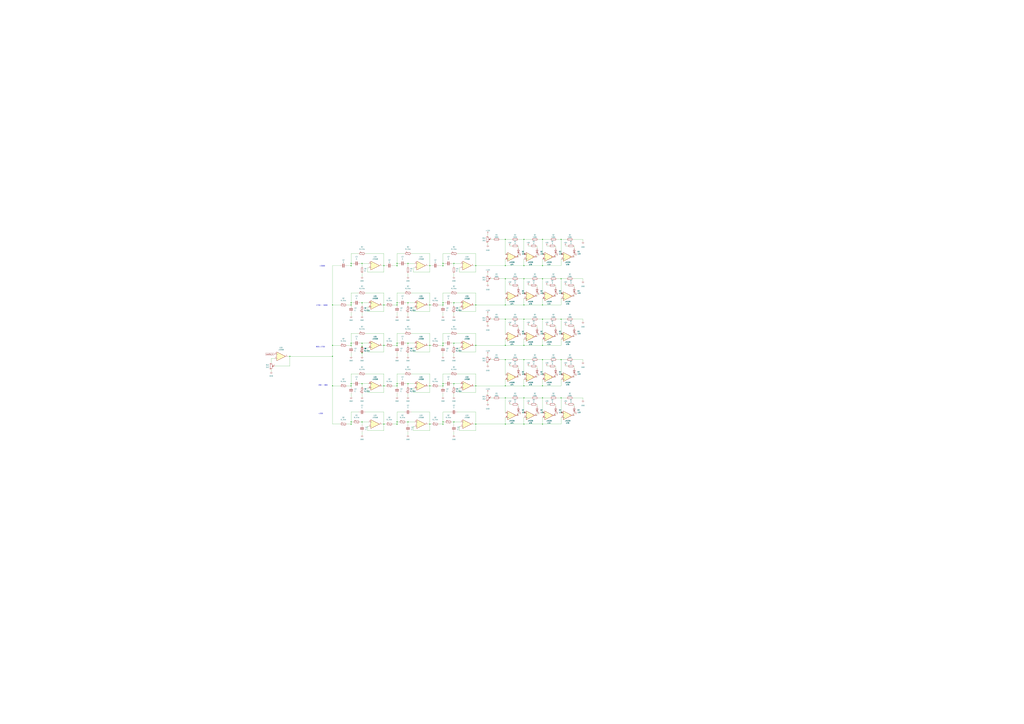
<source format=kicad_sch>
(kicad_sch (version 20211123) (generator eeschema)
  (paper "A0")
  (junction (at 514.35 351.79))
  (junction (at 420.37 306.07))
  (junction (at 407.67 354.33))
  (junction (at 514.35 306.07))
  (junction (at 407.67 308.61))
  (junction (at 608.33 417.83))
  (junction (at 629.92 323.85))
  (junction (at 461.01 398.78))
  (junction (at 608.33 370.84))
  (junction (at 461.01 351.79))
  (junction (at 586.74 370.84))
  (junction (at 407.67 306.07))
  (junction (at 461.01 308.61))
  (junction (at 386.08 401.32))
  (junction (at 473.71 398.78))
  (junction (at 420.37 402.59))
  (junction (at 527.05 351.79))
  (junction (at 608.33 323.85))
  (junction (at 514.35 490.22))
  (junction (at 586.74 401.32))
  (junction (at 445.77 401.32))
  (junction (at 445.77 354.33))
  (junction (at 499.11 308.61))
  (junction (at 499.11 354.33))
  (junction (at 445.77 308.61))
  (junction (at 499.11 492.76))
  (junction (at 499.11 448.31))
  (junction (at 552.45 401.32))
  (junction (at 552.45 492.76))
  (junction (at 552.45 448.31))
  (junction (at 499.11 401.32))
  (junction (at 552.45 308.61))
  (junction (at 552.45 354.33))
  (junction (at 445.77 492.76))
  (junction (at 445.77 448.31))
  (junction (at 407.67 492.76))
  (junction (at 629.92 278.13))
  (junction (at 586.74 308.61))
  (junction (at 407.67 401.32))
  (junction (at 586.74 278.13))
  (junction (at 527.05 398.78))
  (junction (at 629.92 354.33))
  (junction (at 461.01 448.31))
  (junction (at 651.51 278.13))
  (junction (at 527.05 490.22))
  (junction (at 407.67 445.77))
  (junction (at 629.92 370.84))
  (junction (at 608.33 448.31))
  (junction (at 514.35 492.76))
  (junction (at 608.33 492.76))
  (junction (at 629.92 417.83))
  (junction (at 629.92 401.32))
  (junction (at 629.92 492.76))
  (junction (at 420.37 445.77))
  (junction (at 473.71 306.07))
  (junction (at 629.92 448.31))
  (junction (at 407.67 448.31))
  (junction (at 514.35 448.31))
  (junction (at 420.37 398.78))
  (junction (at 586.74 417.83))
  (junction (at 420.37 490.22))
  (junction (at 473.71 490.22))
  (junction (at 586.74 492.76))
  (junction (at 629.92 308.61))
  (junction (at 461.01 354.33))
  (junction (at 407.67 490.22))
  (junction (at 461.01 490.22))
  (junction (at 651.51 462.28))
  (junction (at 586.74 354.33))
  (junction (at 473.71 445.77))
  (junction (at 514.35 308.61))
  (junction (at 608.33 462.28))
  (junction (at 461.01 445.77))
  (junction (at 608.33 401.32))
  (junction (at 629.92 462.28))
  (junction (at 608.33 308.61))
  (junction (at 586.74 462.28))
  (junction (at 420.37 410.21))
  (junction (at 608.33 354.33))
  (junction (at 407.67 398.78))
  (junction (at 461.01 401.32))
  (junction (at 407.67 351.79))
  (junction (at 586.74 323.85))
  (junction (at 420.37 351.79))
  (junction (at 527.05 306.07))
  (junction (at 461.01 492.76))
  (junction (at 651.51 323.85))
  (junction (at 514.35 354.33))
  (junction (at 651.51 370.84))
  (junction (at 473.71 351.79))
  (junction (at 514.35 445.77))
  (junction (at 461.01 306.07))
  (junction (at 336.55 414.02))
  (junction (at 608.33 278.13))
  (junction (at 586.74 448.31))
  (junction (at 651.51 417.83))
  (junction (at 386.08 448.31))
  (junction (at 514.35 401.32))
  (junction (at 527.05 445.77))
  (junction (at 386.08 354.33))
  (junction (at 514.35 398.78))
  (junction (at 386.08 414.02))
  (wire (pts (xy 314.96 421.64) (xy 314.96 416.56)))
  (wire (pts (xy 613.41 378.46) (xy 615.95 378.46)))
  (wire (pts (xy 623.57 388.62) (xy 623.57 391.16)))
  (wire (pts (xy 552.45 387.35) (xy 552.45 401.32)))
  (wire (pts (xy 499.11 492.76) (xy 501.65 492.76)))
  (wire (pts (xy 509.27 492.76) (xy 514.35 492.76)))
  (wire (pts (xy 461.01 351.79) (xy 461.01 340.36)))
  (wire (pts (xy 407.67 363.22) (xy 407.67 367.03)))
  (wire (pts (xy 336.55 425.45) (xy 318.77 425.45)))
  (wire (pts (xy 645.16 295.91) (xy 645.16 298.45)))
  (wire (pts (xy 676.91 278.13) (xy 676.91 280.67)))
  (wire (pts (xy 514.35 398.78) (xy 514.35 387.35)))
  (wire (pts (xy 402.59 492.76) (xy 407.67 492.76)))
  (wire (pts (xy 651.51 462.28) (xy 651.51 480.06)))
  (wire (pts (xy 651.51 323.85) (xy 657.86 323.85)))
  (wire (pts (xy 407.67 490.22) (xy 410.21 490.22)))
  (wire (pts (xy 629.92 448.31) (xy 651.51 448.31)))
  (wire (pts (xy 552.45 401.32) (xy 586.74 401.32)))
  (wire (pts (xy 549.91 492.76) (xy 552.45 492.76)))
  (wire (pts (xy 461.01 306.07) (xy 463.55 306.07)))
  (wire (pts (xy 601.98 388.62) (xy 601.98 391.16)))
  (wire (pts (xy 646.43 462.28) (xy 651.51 462.28)))
  (wire (pts (xy 530.86 340.36) (xy 552.45 340.36)))
  (wire (pts (xy 481.33 450.85) (xy 480.06 450.85)))
  (wire (pts (xy 623.57 285.75) (xy 623.57 288.29)))
  (wire (pts (xy 477.52 478.79) (xy 499.11 478.79)))
  (wire (pts (xy 407.67 448.31) (xy 407.67 449.58)))
  (wire (pts (xy 629.92 462.28) (xy 629.92 480.06)))
  (wire (pts (xy 530.86 434.34) (xy 552.45 434.34)))
  (wire (pts (xy 586.74 323.85) (xy 586.74 341.63)))
  (wire (pts (xy 601.98 278.13) (xy 608.33 278.13)))
  (wire (pts (xy 656.59 378.46) (xy 659.13 378.46)))
  (wire (pts (xy 530.86 478.79) (xy 552.45 478.79)))
  (wire (pts (xy 666.75 378.46) (xy 666.75 381)))
  (wire (pts (xy 455.93 308.61) (xy 461.01 308.61)))
  (wire (pts (xy 461.01 445.77) (xy 461.01 434.34)))
  (wire (pts (xy 420.37 317.5) (xy 420.37 321.31)))
  (wire (pts (xy 645.16 435.61) (xy 645.16 438.15)))
  (wire (pts (xy 514.35 387.35) (xy 523.24 387.35)))
  (wire (pts (xy 514.35 410.21) (xy 514.35 414.02)))
  (wire (pts (xy 407.67 448.31) (xy 407.67 445.77)))
  (wire (pts (xy 407.67 457.2) (xy 407.67 461.01)))
  (wire (pts (xy 407.67 445.77) (xy 407.67 434.34)))
  (wire (pts (xy 471.17 398.78) (xy 473.71 398.78)))
  (wire (pts (xy 420.37 445.77) (xy 427.99 445.77)))
  (wire (pts (xy 629.92 492.76) (xy 651.51 492.76)))
  (wire (pts (xy 514.35 434.34) (xy 523.24 434.34)))
  (wire (pts (xy 566.42 271.78) (xy 566.42 274.32)))
  (wire (pts (xy 624.84 462.28) (xy 629.92 462.28)))
  (wire (pts (xy 473.71 445.77) (xy 473.71 449.58)))
  (wire (pts (xy 601.98 331.47) (xy 601.98 334.01)))
  (wire (pts (xy 629.92 448.31) (xy 629.92 440.69)))
  (wire (pts (xy 499.11 448.31) (xy 501.65 448.31)))
  (wire (pts (xy 499.11 354.33) (xy 499.11 361.95)))
  (wire (pts (xy 499.11 308.61) (xy 499.11 316.23)))
  (wire (pts (xy 386.08 354.33) (xy 394.97 354.33)))
  (wire (pts (xy 402.59 448.31) (xy 407.67 448.31)))
  (wire (pts (xy 586.74 492.76) (xy 586.74 485.14)))
  (wire (pts (xy 461.01 448.31) (xy 461.01 445.77)))
  (wire (pts (xy 473.71 351.79) (xy 473.71 355.6)))
  (wire (pts (xy 461.01 398.78) (xy 461.01 387.35)))
  (wire (pts (xy 386.08 401.32) (xy 394.97 401.32)))
  (wire (pts (xy 407.67 398.78) (xy 407.67 387.35)))
  (wire (pts (xy 646.43 278.13) (xy 651.51 278.13)))
  (wire (pts (xy 461.01 490.22) (xy 463.55 490.22)))
  (wire (pts (xy 407.67 306.07) (xy 410.21 306.07)))
  (wire (pts (xy 608.33 323.85) (xy 608.33 341.63)))
  (wire (pts (xy 514.35 308.61) (xy 514.35 309.88)))
  (wire (pts (xy 651.51 401.32) (xy 651.51 393.7)))
  (wire (pts (xy 445.77 492.76) (xy 448.31 492.76)))
  (wire (pts (xy 624.84 278.13) (xy 629.92 278.13)))
  (wire (pts (xy 426.72 403.86) (xy 426.72 408.94)))
  (wire (pts (xy 635 331.47) (xy 637.54 331.47)))
  (wire (pts (xy 424.18 340.36) (xy 445.77 340.36)))
  (wire (pts (xy 527.05 363.22) (xy 527.05 367.03)))
  (wire (pts (xy 509.27 308.61) (xy 514.35 308.61)))
  (wire (pts (xy 608.33 401.32) (xy 608.33 393.7)))
  (wire (pts (xy 445.77 308.61) (xy 445.77 316.23)))
  (wire (pts (xy 534.67 450.85) (xy 533.4 450.85)))
  (wire (pts (xy 445.77 401.32) (xy 445.77 408.94)))
  (wire (pts (xy 608.33 278.13) (xy 608.33 295.91)))
  (wire (pts (xy 608.33 401.32) (xy 629.92 401.32)))
  (wire (pts (xy 645.16 469.9) (xy 645.16 472.44)))
  (wire (pts (xy 566.42 374.65) (xy 566.42 377.19)))
  (wire (pts (xy 473.71 410.21) (xy 473.71 414.02)))
  (wire (pts (xy 586.74 354.33) (xy 608.33 354.33)))
  (wire (pts (xy 676.91 417.83) (xy 676.91 420.37)))
  (wire (pts (xy 407.67 490.22) (xy 407.67 478.79)))
  (wire (pts (xy 473.71 306.07) (xy 473.71 309.88)))
  (wire (pts (xy 601.98 285.75) (xy 601.98 288.29)))
  (wire (pts (xy 533.4 403.86) (xy 533.4 408.94)))
  (wire (pts (xy 514.35 351.79) (xy 514.35 354.33)))
  (wire (pts (xy 601.98 323.85) (xy 608.33 323.85)))
  (wire (pts (xy 586.74 308.61) (xy 586.74 300.99)))
  (wire (pts (xy 461.01 351.79) (xy 463.55 351.79)))
  (wire (pts (xy 314.96 429.26) (xy 314.96 431.8)))
  (wire (pts (xy 527.05 457.2) (xy 527.05 461.01)))
  (wire (pts (xy 552.45 354.33) (xy 586.74 354.33)))
  (wire (pts (xy 527.05 317.5) (xy 527.05 321.31)))
  (wire (pts (xy 533.4 311.15) (xy 533.4 316.23)))
  (wire (pts (xy 445.77 448.31) (xy 448.31 448.31)))
  (wire (pts (xy 635 285.75) (xy 637.54 285.75)))
  (wire (pts (xy 496.57 308.61) (xy 499.11 308.61)))
  (wire (pts (xy 445.77 387.35) (xy 445.77 401.32)))
  (wire (pts (xy 666.75 331.47) (xy 666.75 334.01)))
  (wire (pts (xy 407.67 387.35) (xy 416.56 387.35)))
  (wire (pts (xy 461.01 457.2) (xy 461.01 461.01)))
  (wire (pts (xy 426.72 450.85) (xy 426.72 455.93)))
  (wire (pts (xy 426.72 500.38) (xy 445.77 500.38)))
  (wire (pts (xy 665.48 417.83) (xy 676.91 417.83)))
  (wire (pts (xy 336.55 414.02) (xy 386.08 414.02)))
  (wire (pts (xy 586.74 278.13) (xy 594.36 278.13)))
  (wire (pts (xy 629.92 323.85) (xy 629.92 341.63)))
  (wire (pts (xy 570.23 278.13) (xy 572.77 278.13)))
  (wire (pts (xy 417.83 351.79) (xy 420.37 351.79)))
  (wire (pts (xy 586.74 370.84) (xy 594.36 370.84)))
  (wire (pts (xy 570.23 323.85) (xy 572.77 323.85)))
  (wire (pts (xy 477.52 387.35) (xy 499.11 387.35)))
  (wire (pts (xy 336.55 414.02) (xy 336.55 425.45)))
  (wire (pts (xy 461.01 351.79) (xy 461.01 354.33)))
  (wire (pts (xy 424.18 478.79) (xy 445.77 478.79)))
  (wire (pts (xy 514.35 401.32) (xy 514.35 402.59)))
  (wire (pts (xy 407.67 478.79) (xy 416.56 478.79)))
  (wire (pts (xy 676.91 323.85) (xy 676.91 326.39)))
  (wire (pts (xy 514.35 306.07) (xy 514.35 294.64)))
  (wire (pts (xy 455.93 354.33) (xy 461.01 354.33)))
  (wire (pts (xy 461.01 387.35) (xy 469.9 387.35)))
  (wire (pts (xy 314.96 416.56) (xy 318.77 416.56)))
  (wire (pts (xy 549.91 401.32) (xy 552.45 401.32)))
  (wire (pts (xy 427.99 356.87) (xy 426.72 356.87)))
  (wire (pts (xy 480.06 403.86) (xy 480.06 408.94)))
  (wire (pts (xy 402.59 308.61) (xy 407.67 308.61)))
  (wire (pts (xy 530.86 294.64) (xy 552.45 294.64)))
  (wire (pts (xy 549.91 308.61) (xy 552.45 308.61)))
  (wire (pts (xy 514.35 478.79) (xy 523.24 478.79)))
  (wire (pts (xy 473.71 398.78) (xy 481.33 398.78)))
  (wire (pts (xy 417.83 445.77) (xy 420.37 445.77)))
  (wire (pts (xy 499.11 340.36) (xy 499.11 354.33)))
  (wire (pts (xy 580.39 278.13) (xy 586.74 278.13)))
  (wire (pts (xy 629.92 370.84) (xy 629.92 388.62)))
  (wire (pts (xy 586.74 462.28) (xy 594.36 462.28)))
  (wire (pts (xy 586.74 492.76) (xy 608.33 492.76)))
  (wire (pts (xy 645.16 341.63) (xy 645.16 344.17)))
  (wire (pts (xy 480.06 450.85) (xy 480.06 455.93)))
  (wire (pts (xy 586.74 401.32) (xy 586.74 393.7)))
  (wire (pts (xy 651.51 323.85) (xy 651.51 341.63)))
  (wire (pts (xy 566.42 466.09) (xy 566.42 468.63)))
  (wire (pts (xy 645.16 480.06) (xy 645.16 482.6)))
  (wire (pts (xy 651.51 417.83) (xy 657.86 417.83)))
  (wire (pts (xy 591.82 331.47) (xy 594.36 331.47)))
  (wire (pts (xy 534.67 403.86) (xy 533.4 403.86)))
  (wire (pts (xy 591.82 285.75) (xy 594.36 285.75)))
  (wire (pts (xy 646.43 370.84) (xy 651.51 370.84)))
  (wire (pts (xy 420.37 351.79) (xy 427.99 351.79)))
  (wire (pts (xy 420.37 306.07) (xy 427.99 306.07)))
  (wire (pts (xy 665.48 323.85) (xy 676.91 323.85)))
  (wire (pts (xy 570.23 462.28) (xy 572.77 462.28)))
  (wire (pts (xy 552.45 354.33) (xy 552.45 361.95)))
  (wire (pts (xy 533.4 356.87) (xy 533.4 361.95)))
  (wire (pts (xy 629.92 370.84) (xy 638.81 370.84)))
  (wire (pts (xy 445.77 478.79) (xy 445.77 492.76)))
  (wire (pts (xy 427.99 403.86) (xy 426.72 403.86)))
  (wire (pts (xy 514.35 306.07) (xy 516.89 306.07)))
  (wire (pts (xy 552.45 340.36) (xy 552.45 354.33)))
  (wire (pts (xy 480.06 316.23) (xy 499.11 316.23)))
  (wire (pts (xy 608.33 278.13) (xy 617.22 278.13)))
  (wire (pts (xy 552.45 401.32) (xy 552.45 408.94)))
  (wire (pts (xy 601.98 435.61) (xy 601.98 438.15)))
  (wire (pts (xy 445.77 354.33) (xy 448.31 354.33)))
  (wire (pts (xy 480.06 408.94) (xy 499.11 408.94)))
  (wire (pts (xy 651.51 462.28) (xy 657.86 462.28)))
  (wire (pts (xy 635 425.45) (xy 637.54 425.45)))
  (wire (pts (xy 420.37 398.78) (xy 420.37 402.59)))
  (wire (pts (xy 524.51 351.79) (xy 527.05 351.79)))
  (wire (pts (xy 613.41 285.75) (xy 615.95 285.75)))
  (wire (pts (xy 629.92 417.83) (xy 638.81 417.83)))
  (wire (pts (xy 666.75 435.61) (xy 666.75 438.15)))
  (wire (pts (xy 608.33 354.33) (xy 608.33 346.71)))
  (wire (pts (xy 527.05 398.78) (xy 527.05 402.59)))
  (wire (pts (xy 665.48 278.13) (xy 676.91 278.13)))
  (wire (pts (xy 402.59 401.32) (xy 407.67 401.32)))
  (wire (pts (xy 514.35 445.77) (xy 514.35 434.34)))
  (wire (pts (xy 608.33 370.84) (xy 608.33 388.62)))
  (wire (pts (xy 473.71 457.2) (xy 473.71 461.01)))
  (wire (pts (xy 509.27 448.31) (xy 514.35 448.31)))
  (wire (pts (xy 601.98 417.83) (xy 608.33 417.83)))
  (wire (pts (xy 580.39 323.85) (xy 586.74 323.85)))
  (wire (pts (xy 566.42 317.5) (xy 566.42 320.04)))
  (wire (pts (xy 666.75 285.75) (xy 666.75 288.29)))
  (wire (pts (xy 477.52 294.64) (xy 499.11 294.64)))
  (wire (pts (xy 461.01 340.36) (xy 469.9 340.36)))
  (wire (pts (xy 533.4 361.95) (xy 552.45 361.95)))
  (wire (pts (xy 570.23 370.84) (xy 572.77 370.84)))
  (wire (pts (xy 407.67 492.76) (xy 407.67 490.22)))
  (wire (pts (xy 601.98 469.9) (xy 601.98 472.44)))
  (wire (pts (xy 407.67 492.76) (xy 407.67 494.03)))
  (wire (pts (xy 591.82 469.9) (xy 594.36 469.9)))
  (wire (pts (xy 651.51 308.61) (xy 651.51 300.99)))
  (wire (pts (xy 461.01 398.78) (xy 463.55 398.78)))
  (wire (pts (xy 499.11 434.34) (xy 499.11 448.31)))
  (wire (pts (xy 586.74 448.31) (xy 586.74 440.69)))
  (wire (pts (xy 334.01 414.02) (xy 336.55 414.02)))
  (wire (pts (xy 651.51 370.84) (xy 651.51 388.62)))
  (wire (pts (xy 656.59 285.75) (xy 659.13 285.75)))
  (wire (pts (xy 499.11 354.33) (xy 501.65 354.33)))
  (wire (pts (xy 645.16 388.62) (xy 645.16 391.16)))
  (wire (pts (xy 676.91 462.28) (xy 676.91 464.82)))
  (wire (pts (xy 552.45 448.31) (xy 586.74 448.31)))
  (wire (pts (xy 534.67 311.15) (xy 533.4 311.15)))
  (wire (pts (xy 420.37 363.22) (xy 420.37 367.03)))
  (wire (pts (xy 407.67 445.77) (xy 410.21 445.77)))
  (wire (pts (xy 407.67 308.61) (xy 407.67 306.07)))
  (wire (pts (xy 586.74 370.84) (xy 586.74 388.62)))
  (wire (pts (xy 586.74 354.33) (xy 586.74 346.71)))
  (wire (pts (xy 445.77 401.32) (xy 448.31 401.32)))
  (wire (pts (xy 608.33 370.84) (xy 617.22 370.84)))
  (wire (pts (xy 566.42 455.93) (xy 566.42 458.47)))
  (wire (pts (xy 443.23 401.32) (xy 445.77 401.32)))
  (wire (pts (xy 481.33 356.87) (xy 480.06 356.87)))
  (wire (pts (xy 623.57 378.46) (xy 623.57 381)))
  (wire (pts (xy 417.83 490.22) (xy 420.37 490.22)))
  (wire (pts (xy 443.23 492.76) (xy 445.77 492.76)))
  (wire (pts (xy 407.67 434.34) (xy 416.56 434.34)))
  (wire (pts (xy 461.01 308.61) (xy 461.01 306.07)))
  (wire (pts (xy 651.51 354.33) (xy 651.51 346.71)))
  (wire (pts (xy 461.01 306.07) (xy 461.01 294.64)))
  (wire (pts (xy 586.74 417.83) (xy 586.74 435.61)))
  (wire (pts (xy 629.92 492.76) (xy 629.92 485.14)))
  (wire (pts (xy 417.83 306.07) (xy 420.37 306.07)))
  (wire (pts (xy 580.39 462.28) (xy 586.74 462.28)))
  (wire (pts (xy 407.67 398.78) (xy 410.21 398.78)))
  (wire (pts (xy 586.74 401.32) (xy 608.33 401.32)))
  (wire (pts (xy 676.91 370.84) (xy 676.91 373.38)))
  (wire (pts (xy 426.72 356.87) (xy 426.72 361.95)))
  (wire (pts (xy 471.17 351.79) (xy 473.71 351.79)))
  (wire (pts (xy 420.37 457.2) (xy 420.37 461.01)))
  (wire (pts (xy 407.67 401.32) (xy 407.67 402.59)))
  (wire (pts (xy 514.35 398.78) (xy 516.89 398.78)))
  (wire (pts (xy 608.33 417.83) (xy 617.22 417.83)))
  (wire (pts (xy 566.42 411.48) (xy 566.42 414.02)))
  (wire (pts (xy 426.72 311.15) (xy 426.72 316.23)))
  (wire (pts (xy 473.71 445.77) (xy 481.33 445.77)))
  (wire (pts (xy 629.92 354.33) (xy 629.92 346.71)))
  (wire (pts (xy 533.4 495.3) (xy 533.4 500.38)))
  (wire (pts (xy 651.51 370.84) (xy 657.86 370.84)))
  (wire (pts (xy 471.17 306.07) (xy 473.71 306.07)))
  (wire (pts (xy 534.67 356.87) (xy 533.4 356.87)))
  (wire (pts (xy 629.92 308.61) (xy 629.92 300.99)))
  (wire (pts (xy 666.75 469.9) (xy 666.75 472.44)))
  (wire (pts (xy 651.51 278.13) (xy 651.51 295.91)))
  (wire (pts (xy 481.33 495.3) (xy 480.06 495.3)))
  (wire (pts (xy 527.05 445.77) (xy 527.05 449.58)))
  (wire (pts (xy 461.01 308.61) (xy 461.01 309.88)))
  (wire (pts (xy 613.41 425.45) (xy 615.95 425.45)))
  (wire (pts (xy 420.37 501.65) (xy 420.37 505.46)))
  (wire (pts (xy 645.16 425.45) (xy 645.16 427.99)))
  (wire (pts (xy 427.99 311.15) (xy 426.72 311.15)))
  (wire (pts (xy 407.67 401.32) (xy 407.67 398.78)))
  (wire (pts (xy 527.05 490.22) (xy 534.67 490.22)))
  (wire (pts (xy 499.11 401.32) (xy 501.65 401.32)))
  (wire (pts (xy 552.45 308.61) (xy 586.74 308.61)))
  (wire (pts (xy 514.35 340.36) (xy 523.24 340.36)))
  (wire (pts (xy 443.23 354.33) (xy 445.77 354.33)))
  (wire (pts (xy 480.06 361.95) (xy 499.11 361.95)))
  (wire (pts (xy 629.92 401.32) (xy 629.92 393.7)))
  (wire (pts (xy 461.01 401.32) (xy 461.01 398.78)))
  (wire (pts (xy 420.37 490.22) (xy 420.37 494.03)))
  (wire (pts (xy 570.23 417.83) (xy 572.77 417.83)))
  (wire (pts (xy 586.74 417.83) (xy 594.36 417.83)))
  (wire (pts (xy 608.33 308.61) (xy 629.92 308.61)))
  (wire (pts (xy 586.74 323.85) (xy 594.36 323.85)))
  (wire (pts (xy 407.67 351.79) (xy 410.21 351.79)))
  (wire (pts (xy 514.35 294.64) (xy 523.24 294.64)))
  (wire (pts (xy 623.57 295.91) (xy 623.57 298.45)))
  (wire (pts (xy 499.11 401.32) (xy 499.11 408.94)))
  (wire (pts (xy 461.01 478.79) (xy 469.9 478.79)))
  (wire (pts (xy 608.33 462.28) (xy 617.22 462.28)))
  (wire (pts (xy 608.33 323.85) (xy 617.22 323.85)))
  (wire (pts (xy 527.05 351.79) (xy 527.05 355.6)))
  (wire (pts (xy 426.72 408.94) (xy 445.77 408.94)))
  (wire (pts (xy 665.48 370.84) (xy 676.91 370.84)))
  (wire (pts (xy 623.57 480.06) (xy 623.57 482.6)))
  (wire (pts (xy 656.59 425.45) (xy 659.13 425.45)))
  (wire (pts (xy 499.11 387.35) (xy 499.11 401.32)))
  (wire (pts (xy 407.67 410.21) (xy 407.67 414.02)))
  (wire (pts (xy 601.98 378.46) (xy 601.98 381)))
  (wire (pts (xy 473.71 490.22) (xy 481.33 490.22)))
  (wire (pts (xy 552.45 478.79) (xy 552.45 492.76)))
  (wire (pts (xy 514.35 401.32) (xy 514.35 398.78)))
  (wire (pts (xy 514.35 448.31) (xy 514.35 449.58)))
  (wire (pts (xy 417.83 398.78) (xy 420.37 398.78)))
  (wire (pts (xy 514.35 448.31) (xy 514.35 445.77)))
  (wire (pts (xy 586.74 278.13) (xy 586.74 295.91)))
  (wire (pts (xy 549.91 354.33) (xy 552.45 354.33)))
  (wire (pts (xy 608.33 354.33) (xy 629.92 354.33)))
  (wire (pts (xy 533.4 455.93) (xy 552.45 455.93)))
  (wire (pts (xy 480.06 500.38) (xy 499.11 500.38)))
  (wire (pts (xy 530.86 387.35) (xy 552.45 387.35)))
  (wire (pts (xy 552.45 492.76) (xy 586.74 492.76)))
  (wire (pts (xy 527.05 445.77) (xy 534.67 445.77)))
  (wire (pts (xy 514.35 308.61) (xy 514.35 306.07)))
  (wire (pts (xy 527.05 351.79) (xy 534.67 351.79)))
  (wire (pts (xy 608.33 448.31) (xy 629.92 448.31)))
  (wire (pts (xy 601.98 295.91) (xy 601.98 298.45)))
  (wire (pts (xy 549.91 448.31) (xy 552.45 448.31)))
  (wire (pts (xy 386.08 492.76) (xy 386.08 448.31)))
  (wire (pts (xy 623.57 425.45) (xy 623.57 427.99)))
  (wire (pts (xy 407.67 354.33) (xy 407.67 355.6)))
  (wire (pts (xy 566.42 364.49) (xy 566.42 367.03)))
  (wire (pts (xy 514.35 490.22) (xy 514.35 478.79)))
  (wire (pts (xy 455.93 448.31) (xy 461.01 448.31)))
  (wire (pts (xy 445.77 448.31) (xy 445.77 455.93)))
  (wire (pts (xy 624.84 417.83) (xy 629.92 417.83)))
  (wire (pts (xy 591.82 425.45) (xy 594.36 425.45)))
  (wire (pts (xy 527.05 398.78) (xy 534.67 398.78)))
  (wire (pts (xy 420.37 490.22) (xy 427.99 490.22)))
  (wire (pts (xy 552.45 294.64) (xy 552.45 308.61)))
  (wire (pts (xy 420.37 306.07) (xy 420.37 309.88)))
  (wire (pts (xy 645.16 285.75) (xy 645.16 288.29)))
  (wire (pts (xy 424.18 434.34) (xy 445.77 434.34)))
  (wire (pts (xy 473.71 490.22) (xy 473.71 494.03)))
  (wire (pts (xy 394.97 448.31) (xy 386.08 448.31)))
  (wire (pts (xy 629.92 323.85) (xy 638.81 323.85)))
  (wire (pts (xy 481.33 311.15) (xy 480.06 311.15)))
  (wire (pts (xy 527.05 410.21) (xy 527.05 414.02)))
  (wire (pts (xy 420.37 410.21) (xy 420.37 414.02)))
  (wire (pts (xy 645.16 378.46) (xy 645.16 381)))
  (wire (pts (xy 608.33 492.76) (xy 629.92 492.76)))
  (wire (pts (xy 646.43 323.85) (xy 651.51 323.85)))
  (wire (pts (xy 635 469.9) (xy 637.54 469.9)))
  (wire (pts (xy 665.48 462.28) (xy 676.91 462.28)))
  (wire (pts (xy 514.35 363.22) (xy 514.35 367.03)))
  (wire (pts (xy 461.01 445.77) (xy 463.55 445.77)))
  (wire (pts (xy 461.01 401.32) (xy 461.01 402.59)))
  (wire (pts (xy 461.01 448.31) (xy 461.01 449.58)))
  (wire (pts (xy 461.01 410.21) (xy 461.01 414.02)))
  (wire (pts (xy 552.45 308.61) (xy 552.45 316.23)))
  (wire (pts (xy 666.75 388.62) (xy 666.75 391.16)))
  (wire (pts (xy 666.75 341.63) (xy 666.75 344.17)))
  (wire (pts (xy 402.59 354.33) (xy 407.67 354.33)))
  (wire (pts (xy 480.06 311.15) (xy 480.06 316.23)))
  (wire (pts (xy 461.01 490.22) (xy 461.01 478.79)))
  (wire (pts (xy 608.33 308.61) (xy 608.33 300.99)))
  (wire (pts (xy 666.75 295.91) (xy 666.75 298.45)))
  (wire (pts (xy 524.51 490.22) (xy 527.05 490.22)))
  (wire (pts (xy 445.77 354.33) (xy 445.77 361.95)))
  (wire (pts (xy 461.01 434.34) (xy 469.9 434.34)))
  (wire (pts (xy 645.16 331.47) (xy 645.16 334.01)))
  (wire (pts (xy 601.98 341.63) (xy 601.98 344.17)))
  (wire (pts (xy 473.71 501.65) (xy 473.71 505.46)))
  (wire (pts (xy 407.67 306.07) (xy 407.67 294.64)))
  (wire (pts (xy 527.05 306.07) (xy 534.67 306.07)))
  (wire (pts (xy 496.57 354.33) (xy 499.11 354.33)))
  (wire (pts (xy 566.42 281.94) (xy 566.42 284.48)))
  (wire (pts (xy 386.08 354.33) (xy 386.08 308.61)))
  (wire (pts (xy 471.17 490.22) (xy 473.71 490.22)))
  (wire (pts (xy 608.33 492.76) (xy 608.33 485.14)))
  (wire (pts (xy 613.41 331.47) (xy 615.95 331.47)))
  (wire (pts (xy 651.51 448.31) (xy 651.51 440.69)))
  (wire (pts (xy 629.92 401.32) (xy 651.51 401.32)))
  (wire (pts (xy 514.35 445.77) (xy 516.89 445.77)))
  (wire (pts (xy 480.06 495.3) (xy 480.06 500.38)))
  (wire (pts (xy 509.27 401.32) (xy 514.35 401.32)))
  (wire (pts (xy 623.57 435.61) (xy 623.57 438.15)))
  (wire (pts (xy 481.33 403.86) (xy 480.06 403.86)))
  (wire (pts (xy 591.82 378.46) (xy 594.36 378.46)))
  (wire (pts (xy 552.45 492.76) (xy 552.45 500.38)))
  (wire (pts (xy 473.71 306.07) (xy 481.33 306.07)))
  (wire (pts (xy 496.57 401.32) (xy 499.11 401.32)))
  (wire (pts (xy 455.93 401.32) (xy 461.01 401.32)))
  (wire (pts (xy 524.51 445.77) (xy 527.05 445.77)))
  (wire (pts (xy 499.11 308.61) (xy 501.65 308.61)))
  (wire (pts (xy 426.72 495.3) (xy 426.72 500.38)))
  (wire (pts (xy 480.06 356.87) (xy 480.06 361.95)))
  (wire (pts (xy 527.05 490.22) (xy 527.05 494.03)))
  (wire (pts (xy 601.98 370.84) (xy 608.33 370.84)))
  (wire (pts (xy 624.84 370.84) (xy 629.92 370.84)))
  (wire (pts (xy 623.57 469.9) (xy 623.57 472.44)))
  (wire (pts (xy 496.57 492.76) (xy 499.11 492.76)))
  (wire (pts (xy 601.98 425.45) (xy 601.98 427.99)))
  (wire (pts (xy 552.45 448.31) (xy 552.45 455.93)))
  (wire (pts (xy 514.35 351.79) (xy 516.89 351.79)))
  (wire (pts (xy 386.08 308.61) (xy 394.97 308.61)))
  (wire (pts (xy 407.67 351.79) (xy 407.67 354.33)))
  (wire (pts (xy 473.71 363.22) (xy 473.71 367.03)))
  (wire (pts (xy 420.37 398.78) (xy 427.99 398.78)))
  (wire (pts (xy 629.92 278.13) (xy 638.81 278.13)))
  (wire (pts (xy 608.33 448.31) (xy 608.33 440.69)))
  (wire (pts (xy 586.74 462.28) (xy 586.74 480.06)))
  (wire (pts (xy 533.4 450.85) (xy 533.4 455.93)))
  (wire (pts (xy 426.72 361.95) (xy 445.77 361.95)))
  (wire (pts (xy 445.77 294.64) (xy 445.77 308.61)))
  (wire (pts (xy 424.18 387.35) (xy 445.77 387.35)))
  (wire (pts (xy 427.99 450.85) (xy 426.72 450.85)))
  (wire (pts (xy 424.18 294.64) (xy 445.77 294.64)))
  (wire (pts (xy 407.67 351.79) (xy 407.67 340.36)))
  (wire (pts (xy 514.35 351.79) (xy 514.35 340.36)))
  (wire (pts (xy 533.4 316.23) (xy 552.45 316.23)))
  (wire (pts (xy 613.41 469.9) (xy 615.95 469.9)))
  (wire (pts (xy 629.92 278.13) (xy 629.92 295.91)))
  (wire (pts (xy 656.59 469.9) (xy 659.13 469.9)))
  (wire (pts (xy 527.05 501.65) (xy 527.05 505.46)))
  (wire (pts (xy 461.01 492.76) (xy 461.01 494.03)))
  (wire (pts (xy 629.92 462.28) (xy 638.81 462.28)))
  (wire (pts (xy 407.67 308.61) (xy 407.67 309.88)))
  (wire (pts (xy 646.43 417.83) (xy 651.51 417.83)))
  (wire (pts (xy 386.08 448.31) (xy 386.08 414.02)))
  (wire (pts (xy 601.98 462.28) (xy 608.33 462.28)))
  (wire (pts (xy 533.4 500.38) (xy 552.45 500.38)))
  (wire (pts (xy 477.52 340.36) (xy 499.11 340.36)))
  (wire (pts (xy 651.51 278.13) (xy 657.86 278.13)))
  (wire (pts (xy 514.35 354.33) (xy 514.35 355.6)))
  (wire (pts (xy 586.74 308.61) (xy 608.33 308.61)))
  (wire (pts (xy 552.45 434.34) (xy 552.45 448.31)))
  (wire (pts (xy 586.74 448.31) (xy 608.33 448.31)))
  (wire (pts (xy 629.92 308.61) (xy 651.51 308.61)))
  (wire (pts (xy 420.37 445.77) (xy 420.37 449.58)))
  (wire (pts (xy 496.57 448.31) (xy 499.11 448.31)))
  (wire (pts (xy 566.42 421.64) (xy 566.42 424.18)))
  (wire (pts (xy 608.33 462.28) (xy 608.33 480.06)))
  (wire (pts (xy 656.59 331.47) (xy 659.13 331.47)))
  (wire (pts (xy 445.77 434.34) (xy 445.77 448.31)))
  (wire (pts (xy 386.08 401.32) (xy 386.08 354.33)))
  (wire (pts (xy 426.72 316.23) (xy 445.77 316.23)))
  (wire (pts (xy 629.92 354.33) (xy 651.51 354.33)))
  (wire (pts (xy 427.99 495.3) (xy 426.72 495.3)))
  (wire (pts (xy 473.71 351.79) (xy 481.33 351.79)))
  (wire (pts (xy 420.37 351.79) (xy 420.37 355.6)))
  (wire (pts (xy 473.71 317.5) (xy 473.71 321.31)))
  (wire (pts (xy 580.39 370.84) (xy 586.74 370.84)))
  (wire (pts (xy 623.57 341.63) (xy 623.57 344.17)))
  (wire (pts (xy 580.39 417.83) (xy 586.74 417.83)))
  (wire (pts (xy 471.17 445.77) (xy 473.71 445.77)))
  (wire (pts (xy 608.33 417.83) (xy 608.33 435.61)))
  (wire (pts (xy 527.05 306.07) (xy 527.05 309.88)))
  (wire (pts (xy 407.67 294.64) (xy 416.56 294.64)))
  (wire (pts (xy 426.72 455.93) (xy 445.77 455.93)))
  (wire (pts (xy 461.01 294.64) (xy 469.9 294.64)))
  (wire (pts (xy 480.06 455.93) (xy 499.11 455.93)))
  (wire (pts (xy 534.67 495.3) (xy 533.4 495.3)))
  (wire (pts (xy 524.51 398.78) (xy 527.05 398.78)))
  (wire (pts (xy 499.11 294.64) (xy 499.11 308.61)))
  (wire (pts (xy 445.77 340.36) (xy 445.77 354.33)))
  (wire (pts (xy 461.01 354.33) (xy 461.01 355.6)))
  (wire (pts (xy 651.51 417.83) (xy 651.51 435.61)))
  (wire (pts (xy 443.23 448.31) (xy 445.77 448.31)))
  (wire (pts (xy 499.11 448.31) (xy 499.11 455.93)))
  (wire (pts (xy 514.35 490.22) (xy 516.89 490.22)))
  (wire (pts (xy 566.42 327.66) (xy 566.42 330.2)))
  (wire (pts (xy 514.35 492.76) (xy 514.35 490.22)))
  (wire (pts (xy 386.08 414.02) (xy 386.08 401.32)))
  (wire (pts (xy 624.84 323.85) (xy 629.92 323.85)))
  (wire (pts (xy 455.93 492.76) (xy 461.01 492.76)))
  (wire (pts (xy 651.51 492.76) (xy 651.51 485.14)))
  (wire (pts (xy 407.67 340.36) (xy 416.56 340.36)))
  (wire (pts (xy 477.52 434.34) (xy 499.11 434.34)))
  (wire (pts (xy 443.23 308.61) (xy 445.77 308.61)))
  (wire (pts (xy 499.11 492.76) (xy 499.11 500.38)))
  (wire (pts (xy 601.98 480.06) (xy 601.98 482.6)))
  (wire (pts (xy 524.51 306.07) (xy 527.05 306.07)))
  (wire (pts (xy 509.27 354.33) (xy 514.35 354.33)))
  (wire (pts (xy 533.4 408.94) (xy 552.45 408.94)))
  (wire (pts (xy 629.92 417.83) (xy 629.92 435.61)))
  (wire (pts (xy 473.71 398.78) (xy 473.71 402.59)))
  (wire (pts (xy 461.01 363.22) (xy 461.01 367.03)))
  (wire (pts (xy 635 378.46) (xy 637.54 378.46)))
  (wire (pts (xy 461.01 492.76) (xy 461.01 490.22)))
  (wire (pts (xy 666.75 425.45) (xy 666.75 427.99)))
  (wire (pts (xy 394.97 492.76) (xy 386.08 492.76)))
  (wire (pts (xy 623.57 331.47) (xy 623.57 334.01)))
  (wire (pts (xy 499.11 478.79) (xy 499.11 492.76)))
  (wire (pts (xy 666.75 480.06) (xy 666.75 482.6)))
  (wire (pts (xy 514.35 492.76) (xy 514.35 494.03)))
  (wire (pts (xy 445.77 308.61) (xy 448.31 308.61)))
  (wire (pts (xy 445.77 492.76) (xy 445.77 500.38)))
  (wire (pts (xy 514.35 457.2) (xy 514.35 461.01)))
  (text "200 - 800" (at 369.57 448.31 0) (effects (font (size 1.27 1.27)) (justify left bottom)))
  (text ">5000" (at 370.84 309.88 0) (effects (font (size 1.27 1.27)) (justify left bottom)))
  (text "800-1700" (at 367.03 403.86 0) (effects (font (size 1.27 1.27)) (justify left bottom)))
  (text "1700 - 5000" (at 367.03 355.6 0) (effects (font (size 1.27 1.27)) (justify left bottom)))
  (text "<200" (at 369.57 481.33 0) (effects (font (size 1.27 1.27)) (justify left bottom)))
  (global_label "audio_in" (shape input) (at 318.77 411.48 180) (property "Intersheet References" "${INTERSHEET_REFS}" (effects hide)))
  (symbol (lib_id "Device:C") (at 520.7 306.07 90) (unit 1)
    (property "Reference" "C?" (at 520.7 298.45 90))
    (property "Value" "C" (at 520.7 300.99 90))
  )
  (symbol (lib_id "Amplifier_Operational:LM358") (at 435.61 448.31 0) (unit 1)
    (property "Reference" "U?" (at 435.61 438.15 0))
    (property "Value" "LM358" (at 435.61 440.69 0))
    (property "Datasheet" "http://www.ti.com/lit/ds/symlink/lm2904-n.pdf" (effects hide))
  )
  (symbol (lib_id "Comparator:LM339") (at 615.95 438.15 0) (mirror x) (unit 2)
    (property "Reference" "U?" (at 615.95 447.04 0))
    (property "Value" "LM339" (at 615.95 444.5 0))
    (property "Datasheet" "https://www.st.com/resource/en/datasheet/lm139.pdf" (effects hide))
  )
  (symbol (lib_id "Device:LED") (at 601.98 384.81 90) (unit 1)
    (property "Reference" "D?" (at 605.79 385.1274 90) (effects (justify right)))
    (property "Value" "LED" (at 605.79 387.6674 90) (effects (justify right)))
  )
  (symbol (lib_id "Device:R_Trim") (at 420.37 434.34 90) (unit 1)
    (property "Reference" "R?" (at 420.37 426.72 90))
    (property "Value" "R_Trim" (at 420.37 429.26 90))
  )
  (symbol (lib_id "Device:LED") (at 645.16 431.8 90) (unit 1)
    (property "Reference" "D?" (at 648.97 432.1174 90) (effects (justify right)))
    (property "Value" "LED" (at 648.97 434.6574 90) (effects (justify right)))
  )
  (symbol (lib_id "Device:C") (at 398.78 308.61 90) (unit 1)
    (property "Reference" "C?" (at 398.78 302.26 90))
    (property "Value" "C" (at 398.78 304.8 90))
  )
  (symbol (lib_id "Comparator:LM339") (at 594.36 438.15 0) (mirror x) (unit 1)
    (property "Reference" "U?" (at 594.36 447.04 0))
    (property "Value" "LM339" (at 594.36 444.5 0))
    (property "Datasheet" "https://www.st.com/resource/en/datasheet/lm139.pdf" (effects hide))
  )
  (symbol (lib_id "power:GND") (at 676.91 464.82 0) (unit 1)
    (property "Reference" "#PWR?" (effects hide))
    (property "Value" "GND" (at 676.91 471.17 0))
  )
  (symbol (lib_id "Device:R_Trim") (at 520.7 490.22 90) (unit 1)
    (property "Reference" "R?" (at 520.7 482.6 90))
    (property "Value" "R_Trim" (at 520.7 485.14 90))
  )
  (symbol (lib_id "Device:LED") (at 666.75 431.8 90) (unit 1)
    (property "Reference" "D?" (at 670.56 432.1174 90) (effects (justify right)))
    (property "Value" "LED" (at 670.56 434.6574 90) (effects (justify right)))
  )
  (symbol (lib_id "Comparator:LM339") (at 615.95 482.6 0) (mirror x) (unit 2)
    (property "Reference" "U?" (at 615.95 491.49 0))
    (property "Value" "LM339" (at 615.95 488.95 0))
    (property "Datasheet" "https://www.st.com/resource/en/datasheet/lm139.pdf" (effects hide))
  )
  (symbol (lib_id "Device:R") (at 661.67 370.84 90) (unit 1)
    (property "Reference" "R?" (at 661.67 365.76 90))
    (property "Value" "100k" (at 661.67 368.3 90))
  )
  (symbol (lib_id "power:+5V") (at 635 378.46 0) (unit 1)
    (property "Reference" "#PWR?" (effects hide))
    (property "Value" "+5V" (at 635 374.65 0))
  )
  (symbol (lib_id "Device:R") (at 527.05 313.69 0) (unit 1)
    (property "Reference" "R?" (at 529.59 312.4199 0) (effects (justify left)))
    (property "Value" "R" (at 529.59 314.9599 0) (effects (justify left)))
  )
  (symbol (lib_id "Device:R_Trim") (at 473.71 294.64 90) (unit 1)
    (property "Reference" "R?" (at 473.71 287.02 90))
    (property "Value" "R_Trim" (at 473.71 289.56 90))
  )
  (symbol (lib_id "Device:R_Trim") (at 414.02 490.22 90) (unit 1)
    (property "Reference" "R?" (at 414.02 482.6 90))
    (property "Value" "R_Trim" (at 414.02 485.14 90))
  )
  (symbol (lib_id "power:GND") (at 407.67 367.03 0) (unit 1)
    (property "Reference" "#PWR?" (effects hide))
    (property "Value" "GND" (at 407.67 372.11 0))
  )
  (symbol (lib_id "power:GND") (at 407.67 461.01 0) (unit 1)
    (property "Reference" "#PWR?" (effects hide))
    (property "Value" "GND" (at 407.67 466.09 0))
  )
  (symbol (lib_id "Device:R") (at 473.71 313.69 0) (unit 1)
    (property "Reference" "R?" (at 476.25 312.4199 0) (effects (justify left)))
    (property "Value" "R" (at 476.25 314.9599 0) (effects (justify left)))
  )
  (symbol (lib_id "Device:C") (at 414.02 351.79 90) (unit 1)
    (property "Reference" "C?" (at 414.02 344.17 90))
    (property "Value" "C" (at 414.02 346.71 90))
  )
  (symbol (lib_id "Device:R") (at 619.76 331.47 270) (unit 1)
    (property "Reference" "R?" (at 619.76 326.39 90))
    (property "Value" "R" (at 619.76 328.93 90))
  )
  (symbol (lib_id "Device:C") (at 467.36 445.77 90) (unit 1)
    (property "Reference" "C?" (at 467.36 438.15 90))
    (property "Value" "C" (at 467.36 440.69 90))
  )
  (symbol (lib_id "Comparator:LM339") (at 594.36 482.6 0) (mirror x) (unit 1)
    (property "Reference" "U?" (at 594.36 491.49 0))
    (property "Value" "LM339" (at 594.36 488.95 0))
    (property "Datasheet" "https://www.st.com/resource/en/datasheet/lm139.pdf" (effects hide))
  )
  (symbol (lib_id "power:GND") (at 676.91 420.37 0) (unit 1)
    (property "Reference" "#PWR?" (effects hide))
    (property "Value" "GND" (at 676.91 426.72 0))
  )
  (symbol (lib_id "Amplifier_Operational:LM358") (at 542.29 492.76 0) (unit 1)
    (property "Reference" "U?" (at 542.29 482.6 0))
    (property "Value" "LM358" (at 542.29 485.14 0))
    (property "Datasheet" "http://www.ti.com/lit/ds/symlink/lm2904-n.pdf" (effects hide))
  )
  (symbol (lib_id "power:GND") (at 566.42 424.18 0) (unit 1)
    (property "Reference" "#PWR?" (effects hide))
    (property "Value" "GND" (at 566.42 430.53 0))
  )
  (symbol (lib_id "Device:R_Trim") (at 420.37 340.36 90) (unit 1)
    (property "Reference" "R?" (at 420.37 332.74 90))
    (property "Value" "R_Trim" (at 420.37 335.28 90))
  )
  (symbol (lib_id "Device:R_Trim") (at 527.05 294.64 90) (unit 1)
    (property "Reference" "R?" (at 527.05 287.02 90))
    (property "Value" "R_Trim" (at 527.05 289.56 90))
  )
  (symbol (lib_id "Comparator:LM339") (at 615.95 391.16 0) (mirror x) (unit 2)
    (property "Reference" "U?" (at 615.95 400.05 0))
    (property "Value" "LM339" (at 615.95 397.51 0))
    (property "Datasheet" "https://www.st.com/resource/en/datasheet/lm139.pdf" (effects hide))
  )
  (symbol (lib_id "Device:R") (at 642.62 278.13 90) (unit 1)
    (property "Reference" "R?" (at 642.62 273.05 90))
    (property "Value" "100k" (at 642.62 275.59 90))
  )
  (symbol (lib_id "Device:R_Trim") (at 527.05 387.35 90) (unit 1)
    (property "Reference" "R?" (at 527.05 379.73 90))
    (property "Value" "R_Trim" (at 527.05 382.27 90))
  )
  (symbol (lib_id "Comparator:LM339") (at 659.13 391.16 0) (mirror x) (unit 2)
    (property "Reference" "U?" (at 659.13 400.05 0))
    (property "Value" "LM339" (at 659.13 397.51 0))
    (property "Datasheet" "https://www.st.com/resource/en/datasheet/lm139.pdf" (effects hide))
  )
  (symbol (lib_id "Device:LED") (at 645.16 292.1 90) (unit 1)
    (property "Reference" "D?" (at 648.97 292.4174 90) (effects (justify right)))
    (property "Value" "LED" (at 648.97 294.9574 90) (effects (justify right)))
  )
  (symbol (lib_id "Device:C") (at 414.02 398.78 90) (unit 1)
    (property "Reference" "C?" (at 414.02 391.16 90))
    (property "Value" "C" (at 414.02 393.7 90))
  )
  (symbol (lib_id "Device:LED") (at 623.57 337.82 90) (unit 1)
    (property "Reference" "D?" (at 627.38 338.1374 90) (effects (justify right)))
    (property "Value" "LED" (at 627.38 340.6774 90) (effects (justify right)))
  )
  (symbol (lib_id "Amplifier_Operational:LM358") (at 326.39 414.02 0) (unit 1)
    (property "Reference" "U?" (at 326.39 403.86 0))
    (property "Value" "LM358" (at 326.39 406.4 0))
    (property "Datasheet" "http://www.ti.com/lit/ds/symlink/lm2904-n.pdf" (effects hide))
  )
  (symbol (lib_id "Amplifier_Operational:LM358") (at 488.95 448.31 0) (unit 1)
    (property "Reference" "U?" (at 488.95 438.15 0))
    (property "Value" "LM358" (at 488.95 440.69 0))
    (property "Datasheet" "http://www.ti.com/lit/ds/symlink/lm2904-n.pdf" (effects hide))
  )
  (symbol (lib_id "Device:C") (at 520.7 398.78 90) (unit 1)
    (property "Reference" "C?" (at 520.7 391.16 90))
    (property "Value" "C" (at 520.7 393.7 90))
  )
  (symbol (lib_id "power:+5V") (at 635 425.45 0) (unit 1)
    (property "Reference" "#PWR?" (effects hide))
    (property "Value" "+5V" (at 635 421.64 0))
  )
  (symbol (lib_id "Device:R") (at 621.03 323.85 90) (unit 1)
    (property "Reference" "R?" (at 621.03 318.77 90))
    (property "Value" "100k" (at 621.03 321.31 90))
  )
  (symbol (lib_id "Device:C") (at 505.46 308.61 90) (unit 1)
    (property "Reference" "C?" (at 505.46 302.26 90))
    (property "Value" "C" (at 505.46 304.8 90))
  )
  (symbol (lib_id "Device:C") (at 520.7 445.77 90) (unit 1)
    (property "Reference" "C?" (at 520.7 438.15 90))
    (property "Value" "C" (at 520.7 440.69 90))
  )
  (symbol (lib_id "Device:R_Trim") (at 420.37 387.35 90) (unit 1)
    (property "Reference" "R?" (at 420.37 379.73 90))
    (property "Value" "R_Trim" (at 420.37 382.27 90))
  )
  (symbol (lib_id "power:+12V") (at 566.42 411.48 0) (unit 1)
    (property "Reference" "#PWR?" (effects hide))
    (property "Value" "+12V" (at 566.42 407.67 0))
  )
  (symbol (lib_id "power:GND") (at 473.71 461.01 0) (unit 1)
    (property "Reference" "#PWR?" (effects hide))
    (property "Value" "GND" (at 473.71 466.09 0))
  )
  (symbol (lib_id "power:GND") (at 473.71 505.46 0) (unit 1)
    (property "Reference" "#PWR?" (effects hide))
    (property "Value" "GND" (at 473.71 510.54 0))
  )
  (symbol (lib_id "Comparator:LM339") (at 615.95 344.17 0) (mirror x) (unit 2)
    (property "Reference" "U?" (at 615.95 353.06 0))
    (property "Value" "LM339" (at 615.95 350.52 0))
    (property "Datasheet" "https://www.st.com/resource/en/datasheet/lm139.pdf" (effects hide))
  )
  (symbol (lib_id "Device:C") (at 461.01 359.41 0) (unit 1)
    (property "Reference" "C?" (at 464.82 358.1399 0) (effects (justify left)))
    (property "Value" "C" (at 464.82 360.6799 0) (effects (justify left)))
  )
  (symbol (lib_id "Device:R_Trim") (at 505.46 492.76 90) (unit 1)
    (property "Reference" "R?" (at 505.46 485.14 90))
    (property "Value" "R_Trim" (at 505.46 487.68 90))
  )
  (symbol (lib_id "power:+5V") (at 591.82 285.75 0) (unit 1)
    (property "Reference" "#PWR?" (effects hide))
    (property "Value" "+5V" (at 591.82 281.94 0))
  )
  (symbol (lib_id "Comparator:LM339") (at 637.54 391.16 0) (mirror x) (unit 1)
    (property "Reference" "U?" (at 637.54 400.05 0))
    (property "Value" "LM339" (at 637.54 397.51 0))
    (property "Datasheet" "https://www.st.com/resource/en/datasheet/lm139.pdf" (effects hide))
  )
  (symbol (lib_id "Device:C") (at 414.02 306.07 90) (unit 1)
    (property "Reference" "C?" (at 414.02 298.45 90))
    (property "Value" "C" (at 414.02 300.99 90))
  )
  (symbol (lib_id "Device:R") (at 662.94 331.47 270) (unit 1)
    (property "Reference" "R?" (at 662.94 326.39 90))
    (property "Value" "R" (at 662.94 328.93 90))
  )
  (symbol (lib_id "Device:LED") (at 666.75 384.81 90) (unit 1)
    (property "Reference" "D?" (at 670.56 385.1274 90) (effects (justify right)))
    (property "Value" "LED" (at 670.56 387.6674 90) (effects (justify right)))
  )
  (symbol (lib_id "Comparator:LM339") (at 594.36 391.16 0) (mirror x) (unit 1)
    (property "Reference" "U?" (at 594.36 400.05 0))
    (property "Value" "LM339" (at 594.36 397.51 0))
    (property "Datasheet" "https://www.st.com/resource/en/datasheet/lm139.pdf" (effects hide))
  )
  (symbol (lib_id "Device:R_Trim") (at 473.71 434.34 90) (unit 1)
    (property "Reference" "R?" (at 473.71 426.72 90))
    (property "Value" "R_Trim" (at 473.71 429.26 90))
  )
  (symbol (lib_id "power:+12V") (at 566.42 455.93 0) (unit 1)
    (property "Reference" "#PWR?" (effects hide))
    (property "Value" "+12V" (at 566.42 452.12 0))
  )
  (symbol (lib_id "Device:R_Potentiometer") (at 314.96 425.45 0) (unit 1)
    (property "Reference" "RV?" (at 312.42 424.1799 0) (effects (justify right)))
    (property "Value" "2k2" (at 312.42 426.7199 0) (effects (justify right)))
  )
  (symbol (lib_id "Device:R_Potentiometer") (at 566.42 370.84 0) (unit 1)
    (property "Reference" "RV?" (at 563.88 369.5699 0) (effects (justify right)))
    (property "Value" "2k2" (at 563.88 372.1099 0) (effects (justify right)))
  )
  (symbol (lib_id "power:GND") (at 420.37 367.03 0) (unit 1)
    (property "Reference" "#PWR?" (effects hide))
    (property "Value" "GND" (at 420.37 372.11 0))
  )
  (symbol (lib_id "power:GND") (at 473.71 321.31 0) (unit 1)
    (property "Reference" "#PWR?" (effects hide))
    (property "Value" "GND" (at 473.71 326.39 0))
  )
  (symbol (lib_id "Device:R") (at 598.17 378.46 90) (unit 1)
    (property "Reference" "R?" (at 598.17 373.38 90))
    (property "Value" "R" (at 598.17 375.92 90))
  )
  (symbol (lib_id "power:GND") (at 461.01 367.03 0) (unit 1)
    (property "Reference" "#PWR?" (effects hide))
    (property "Value" "GND" (at 461.01 372.11 0))
  )
  (symbol (lib_id "Device:R") (at 598.17 323.85 90) (unit 1)
    (property "Reference" "R?" (at 598.17 318.77 90))
    (property "Value" "100k" (at 598.17 321.31 90))
  )
  (symbol (lib_id "Device:R_Potentiometer") (at 566.42 278.13 0) (unit 1)
    (property "Reference" "RV?" (at 563.88 276.8599 0) (effects (justify right)))
    (property "Value" "2k2" (at 563.88 279.3999 0) (effects (justify right)))
  )
  (symbol (lib_id "power:GND") (at 676.91 373.38 0) (unit 1)
    (property "Reference" "#PWR?" (effects hide))
    (property "Value" "GND" (at 676.91 379.73 0))
  )
  (symbol (lib_id "power:+5V") (at 591.82 331.47 0) (unit 1)
    (property "Reference" "#PWR?" (effects hide))
    (property "Value" "+5V" (at 591.82 327.66 0))
  )
  (symbol (lib_id "power:+12V") (at 566.42 364.49 0) (unit 1)
    (property "Reference" "#PWR?" (effects hide))
    (property "Value" "+12V" (at 566.42 360.68 0))
  )
  (symbol (lib_id "Device:R") (at 598.17 462.28 90) (unit 1)
    (property "Reference" "R?" (at 598.17 457.2 90))
    (property "Value" "100k" (at 598.17 459.74 90))
  )
  (symbol (lib_id "Device:R_Trim") (at 527.05 453.39 180) (unit 1)
    (property "Reference" "R?" (at 529.59 452.1199 0) (effects (justify right)))
    (property "Value" "R_Trim" (at 529.59 454.6599 0) (effects (justify right)))
  )
  (symbol (lib_id "Amplifier_Operational:LM358") (at 435.61 308.61 0) (unit 1)
    (property "Reference" "U?" (at 435.61 298.45 0))
    (property "Value" "LM358" (at 435.61 300.99 0))
    (property "Datasheet" "http://www.ti.com/lit/ds/symlink/lm2904-n.pdf" (effects hide))
  )
  (symbol (lib_id "Device:LED") (at 623.57 431.8 90) (unit 1)
    (property "Reference" "D?" (at 627.38 432.1174 90) (effects (justify right)))
    (property "Value" "LED" (at 627.38 434.6574 90) (effects (justify right)))
  )
  (symbol (lib_id "Device:LED") (at 666.75 476.25 90) (unit 1)
    (property "Reference" "D?" (at 670.56 476.5674 90) (effects (justify right)))
    (property "Value" "LED" (at 670.56 479.1074 90) (effects (justify right)))
  )
  (symbol (lib_id "Amplifier_Operational:LM358") (at 542.29 354.33 0) (unit 1)
    (property "Reference" "U?" (at 542.29 344.17 0))
    (property "Value" "LM358" (at 542.29 346.71 0))
    (property "Datasheet" "http://www.ti.com/lit/ds/symlink/lm2904-n.pdf" (effects hide))
  )
  (symbol (lib_id "Device:C") (at 461.01 406.4 0) (unit 1)
    (property "Reference" "C?" (at 464.82 405.1299 0) (effects (justify left)))
    (property "Value" "C" (at 464.82 407.6699 0) (effects (justify left)))
  )
  (symbol (lib_id "power:GND") (at 514.35 461.01 0) (unit 1)
    (property "Reference" "#PWR?" (effects hide))
    (property "Value" "GND" (at 514.35 466.09 0))
  )
  (symbol (lib_id "power:+5V") (at 656.59 331.47 0) (unit 1)
    (property "Reference" "#PWR?" (effects hide))
    (property "Value" "+5V" (at 656.59 327.66 0))
  )
  (symbol (lib_id "Device:C") (at 407.67 359.41 0) (unit 1)
    (property "Reference" "C?" (at 411.48 358.1399 0) (effects (justify left)))
    (property "Value" "C" (at 411.48 360.6799 0) (effects (justify left)))
  )
  (symbol (lib_id "Device:R_Trim") (at 473.71 340.36 90) (unit 1)
    (property "Reference" "R?" (at 473.71 332.74 90))
    (property "Value" "R_Trim" (at 473.71 335.28 90))
  )
  (symbol (lib_id "Comparator:LM339") (at 594.36 298.45 0) (mirror x) (unit 1)
    (property "Reference" "U?" (at 594.36 307.34 0))
    (property "Value" "LM339" (at 594.36 304.8 0))
    (property "Datasheet" "https://www.st.com/resource/en/datasheet/lm139.pdf" (effects hide))
  )
  (symbol (lib_id "Device:R") (at 641.35 425.45 270) (unit 1)
    (property "Reference" "R?" (at 641.35 420.37 90))
    (property "Value" "R" (at 641.35 422.91 90))
  )
  (symbol (lib_id "Device:R") (at 576.58 370.84 90) (unit 1)
    (property "Reference" "R?" (at 576.58 365.76 90))
    (property "Value" "100k" (at 576.58 368.3 90))
  )
  (symbol (lib_id "Device:C") (at 461.01 453.39 0) (unit 1)
    (property "Reference" "C?" (at 464.82 452.1199 0) (effects (justify left)))
    (property "Value" "C" (at 464.82 454.6599 0) (effects (justify left)))
  )
  (symbol (lib_id "Device:R") (at 662.94 425.45 270) (unit 1)
    (property "Reference" "R?" (at 662.94 420.37 90))
    (property "Value" "R" (at 662.94 422.91 90))
  )
  (symbol (lib_id "Device:R_Trim") (at 527.05 406.4 180) (unit 1)
    (property "Reference" "R?" (at 529.59 405.1299 0) (effects (justify right)))
    (property "Value" "R_Trim" (at 529.59 407.6699 0) (effects (justify right)))
  )
  (symbol (lib_id "Device:LED") (at 666.75 292.1 90) (unit 1)
    (property "Reference" "D?" (at 670.56 292.4174 90) (effects (justify right)))
    (property "Value" "LED" (at 670.56 294.9574 90) (effects (justify right)))
  )
  (symbol (lib_id "Device:R") (at 621.03 462.28 90) (unit 1)
    (property "Reference" "R?" (at 621.03 457.2 90))
    (property "Value" "100k" (at 621.03 459.74 90))
  )
  (symbol (lib_id "Device:LED") (at 601.98 337.82 90) (unit 1)
    (property "Reference" "D?" (at 605.79 338.1374 90) (effects (justify right)))
    (property "Value" "LED" (at 605.79 340.6774 90) (effects (justify right)))
  )
  (symbol (lib_id "Device:R_Potentiometer") (at 566.42 462.28 0) (unit 1)
    (property "Reference" "RV?" (at 563.88 461.0099 0) (effects (justify right)))
    (property "Value" "2k2" (at 563.88 463.5499 0) (effects (justify right)))
  )
  (symbol (lib_id "power:+5V") (at 635 285.75 0) (unit 1)
    (property "Reference" "#PWR?" (effects hide))
    (property "Value" "+5V" (at 635 281.94 0))
  )
  (symbol (lib_id "Comparator:LM339") (at 659.13 482.6 0) (mirror x) (unit 2)
    (property "Reference" "U?" (at 659.13 491.49 0))
    (property "Value" "LM339" (at 659.13 488.95 0))
    (property "Datasheet" "https://www.st.com/resource/en/datasheet/lm139.pdf" (effects hide))
  )
  (symbol (lib_id "Amplifier_Operational:LM358") (at 435.61 354.33 0) (unit 1)
    (property "Reference" "U?" (at 435.61 344.17 0))
    (property "Value" "LM358" (at 435.61 346.71 0))
    (property "Datasheet" "http://www.ti.com/lit/ds/symlink/lm2904-n.pdf" (effects hide))
  )
  (symbol (lib_id "Device:R") (at 641.35 378.46 270) (unit 1)
    (property "Reference" "R?" (at 641.35 373.38 90))
    (property "Value" "R" (at 641.35 375.92 90))
  )
  (symbol (lib_id "Device:LED") (at 601.98 476.25 90) (unit 1)
    (property "Reference" "D?" (at 605.79 476.5674 90) (effects (justify right)))
    (property "Value" "LED" (at 605.79 479.1074 90) (effects (justify right)))
  )
  (symbol (lib_id "Comparator:LM339") (at 637.54 298.45 0) (mirror x) (unit 1)
    (property "Reference" "U?" (at 637.54 307.34 0))
    (property "Value" "LM339" (at 637.54 304.8 0))
    (property "Datasheet" "https://www.st.com/resource/en/datasheet/lm139.pdf" (effects hide))
  )
  (symbol (lib_id "power:GND") (at 527.05 461.01 0) (unit 1)
    (property "Reference" "#PWR?" (effects hide))
    (property "Value" "GND" (at 527.05 466.09 0))
  )
  (symbol (lib_id "Comparator:LM339") (at 615.95 298.45 0) (mirror x) (unit 2)
    (property "Reference" "U?" (at 615.95 307.34 0))
    (property "Value" "LM339" (at 615.95 304.8 0))
    (property "Datasheet" "https://www.st.com/resource/en/datasheet/lm139.pdf" (effects hide))
  )
  (symbol (lib_id "power:+5V") (at 613.41 425.45 0) (unit 1)
    (property "Reference" "#PWR?" (effects hide))
    (property "Value" "+5V" (at 613.41 421.64 0))
  )
  (symbol (lib_id "Device:R") (at 662.94 378.46 270) (unit 1)
    (property "Reference" "R?" (at 662.94 373.38 90))
    (property "Value" "R" (at 662.94 375.92 90))
  )
  (symbol (lib_id "Device:C") (at 527.05 497.84 180) (unit 1)
    (property "Reference" "C?" (at 530.86 496.5699 0) (effects (justify right)))
    (property "Value" "C" (at 530.86 499.1099 0) (effects (justify right)))
  )
  (symbol (lib_id "Device:R") (at 641.35 469.9 270) (unit 1)
    (property "Reference" "R?" (at 641.35 464.82 90))
    (property "Value" "R" (at 641.35 467.36 90))
  )
  (symbol (lib_id "Device:R") (at 598.17 370.84 90) (unit 1)
    (property "Reference" "R?" (at 598.17 365.76 90))
    (property "Value" "100k" (at 598.17 368.3 90))
  )
  (symbol (lib_id "Device:R_Trim") (at 420.37 294.64 90) (unit 1)
    (property "Reference" "R?" (at 420.37 287.02 90))
    (property "Value" "R_Trim" (at 420.37 289.56 90))
  )
  (symbol (lib_id "power:GND") (at 473.71 414.02 0) (unit 1)
    (property "Reference" "#PWR?" (effects hide))
    (property "Value" "GND" (at 473.71 419.1 0))
  )
  (symbol (lib_id "Device:R_Trim") (at 527.05 359.41 180) (unit 1)
    (property "Reference" "R?" (at 529.59 358.1399 0) (effects (justify right)))
    (property "Value" "R_Trim" (at 529.59 360.6799 0) (effects (justify right)))
  )
  (symbol (lib_id "Device:R") (at 661.67 417.83 90) (unit 1)
    (property "Reference" "R?" (at 661.67 412.75 90))
    (property "Value" "100k" (at 661.67 415.29 90))
  )
  (symbol (lib_id "Device:R_Trim") (at 420.37 359.41 180) (unit 1)
    (property "Reference" "R?" (at 422.91 358.1399 0) (effects (justify right)))
    (property "Value" "R_Trim" (at 422.91 360.6799 0) (effects (justify right)))
  )
  (symbol (lib_id "Comparator:LM339") (at 659.13 438.15 0) (mirror x) (unit 2)
    (property "Reference" "U?" (at 659.13 447.04 0))
    (property "Value" "LM339" (at 659.13 444.5 0))
    (property "Datasheet" "https://www.st.com/resource/en/datasheet/lm139.pdf" (effects hide))
  )
  (symbol (lib_id "Device:R_Trim") (at 398.78 401.32 90) (unit 1)
    (property "Reference" "R?" (at 398.78 393.7 90))
    (property "Value" "R_Trim" (at 398.78 396.24 90))
  )
  (symbol (lib_id "Amplifier_Operational:LM358") (at 488.95 401.32 0) (unit 1)
    (property "Reference" "U?" (at 488.95 391.16 0))
    (property "Value" "LM358" (at 488.95 393.7 0))
    (property "Datasheet" "http://www.ti.com/lit/ds/symlink/lm2904-n.pdf" (effects hide))
  )
  (symbol (lib_id "Device:R") (at 619.76 378.46 270) (unit 1)
    (property "Reference" "R?" (at 619.76 373.38 90))
    (property "Value" "R" (at 619.76 375.92 90))
  )
  (symbol (lib_id "power:GND") (at 527.05 321.31 0) (unit 1)
    (property "Reference" "#PWR?" (effects hide))
    (property "Value" "GND" (at 527.05 326.39 0))
  )
  (symbol (lib_id "Device:LED") (at 623.57 476.25 90) (unit 1)
    (property "Reference" "D?" (at 627.38 476.5674 90) (effects (justify right)))
    (property "Value" "LED" (at 627.38 479.1074 90) (effects (justify right)))
  )
  (symbol (lib_id "Device:R_Trim") (at 505.46 354.33 90) (unit 1)
    (property "Reference" "R?" (at 505.46 346.71 90))
    (property "Value" "R_Trim" (at 505.46 349.25 90))
  )
  (symbol (lib_id "Device:C") (at 414.02 445.77 90) (unit 1)
    (property "Reference" "C?" (at 414.02 438.15 90))
    (property "Value" "C" (at 414.02 440.69 90))
  )
  (symbol (lib_id "Amplifier_Operational:LM358") (at 488.95 354.33 0) (unit 1)
    (property "Reference" "U?" (at 488.95 344.17 0))
    (property "Value" "LM358" (at 488.95 346.71 0))
    (property "Datasheet" "http://www.ti.com/lit/ds/symlink/lm2904-n.pdf" (effects hide))
  )
  (symbol (lib_id "power:GND") (at 527.05 414.02 0) (unit 1)
    (property "Reference" "#PWR?" (effects hide))
    (property "Value" "GND" (at 527.05 419.1 0))
  )
  (symbol (lib_id "Device:R") (at 598.17 425.45 90) (unit 1)
    (property "Reference" "R?" (at 598.17 420.37 90))
    (property "Value" "R" (at 598.17 422.91 90))
  )
  (symbol (lib_id "Device:C") (at 467.36 398.78 90) (unit 1)
    (property "Reference" "C?" (at 467.36 391.16 90))
    (property "Value" "C" (at 467.36 393.7 90))
  )
  (symbol (lib_id "power:GND") (at 676.91 326.39 0) (unit 1)
    (property "Reference" "#PWR?" (effects hide))
    (property "Value" "GND" (at 676.91 332.74 0))
  )
  (symbol (lib_id "power:GND") (at 407.67 414.02 0) (unit 1)
    (property "Reference" "#PWR?" (effects hide))
    (property "Value" "GND" (at 407.67 419.1 0))
  )
  (symbol (lib_id "Device:LED") (at 623.57 384.81 90) (unit 1)
    (property "Reference" "D?" (at 627.38 385.1274 90) (effects (justify right)))
    (property "Value" "LED" (at 627.38 387.6674 90) (effects (justify right)))
  )
  (symbol (lib_id "Device:R") (at 598.17 417.83 90) (unit 1)
    (property "Reference" "R?" (at 598.17 412.75 90))
    (property "Value" "100k" (at 598.17 415.29 90))
  )
  (symbol (lib_id "Device:C") (at 452.12 308.61 90) (unit 1)
    (property "Reference" "C?" (at 452.12 302.26 90))
    (property "Value" "C" (at 452.12 304.8 90))
  )
  (symbol (lib_id "Comparator:LM339") (at 659.13 344.17 0) (mirror x) (unit 2)
    (property "Reference" "U?" (at 659.13 353.06 0))
    (property "Value" "LM339" (at 659.13 350.52 0))
    (property "Datasheet" "https://www.st.com/resource/en/datasheet/lm139.pdf" (effects hide))
  )
  (symbol (lib_id "Comparator:LM339") (at 594.36 344.17 0) (mirror x) (unit 1)
    (property "Reference" "U?" (at 594.36 353.06 0))
    (property "Value" "LM339" (at 594.36 350.52 0))
    (property "Datasheet" "https://www.st.com/resource/en/datasheet/lm139.pdf" (effects hide))
  )
  (symbol (lib_id "Device:R") (at 642.62 417.83 90) (unit 1)
    (property "Reference" "R?" (at 642.62 412.75 90))
    (property "Value" "100k" (at 642.62 415.29 90))
  )
  (symbol (lib_id "Device:LED") (at 645.16 476.25 90) (unit 1)
    (property "Reference" "D?" (at 648.97 476.5674 90) (effects (justify right)))
    (property "Value" "LED" (at 648.97 479.1074 90) (effects (justify right)))
  )
  (symbol (lib_id "power:GND") (at 566.42 284.48 0) (unit 1)
    (property "Reference" "#PWR?" (effects hide))
    (property "Value" "GND" (at 566.42 290.83 0))
  )
  (symbol (lib_id "power:+5V") (at 591.82 425.45 0) (unit 1)
    (property "Reference" "#PWR?" (effects hide))
    (property "Value" "+5V" (at 591.82 421.64 0))
  )
  (symbol (lib_id "power:+5V") (at 613.41 469.9 0) (unit 1)
    (property "Reference" "#PWR?" (effects hide))
    (property "Value" "+5V" (at 613.41 466.09 0))
  )
  (symbol (lib_id "Device:R") (at 619.76 425.45 270) (unit 1)
    (property "Reference" "R?" (at 619.76 420.37 90))
    (property "Value" "R" (at 619.76 422.91 90))
  )
  (symbol (lib_id "Device:R") (at 642.62 370.84 90) (unit 1)
    (property "Reference" "R?" (at 642.62 365.76 90))
    (property "Value" "100k" (at 642.62 368.3 90))
  )
  (symbol (lib_id "power:GND") (at 461.01 461.01 0) (unit 1)
    (property "Reference" "#PWR?" (effects hide))
    (property "Value" "GND" (at 461.01 466.09 0))
  )
  (symbol (lib_id "power:GND") (at 527.05 505.46 0) (unit 1)
    (property "Reference" "#PWR?" (effects hide))
    (property "Value" "GND" (at 527.05 510.54 0))
  )
  (symbol (lib_id "Device:R") (at 619.76 469.9 270) (unit 1)
    (property "Reference" "R?" (at 619.76 464.82 90))
    (property "Value" "R" (at 619.76 467.36 90))
  )
  (symbol (lib_id "Amplifier_Operational:LM358") (at 435.61 492.76 0) (unit 1)
    (property "Reference" "U?" (at 435.61 482.6 0))
    (property "Value" "LM358" (at 435.61 485.14 0))
    (property "Datasheet" "http://www.ti.com/lit/ds/symlink/lm2904-n.pdf" (effects hide))
  )
  (symbol (lib_id "Device:R") (at 661.67 323.85 90) (unit 1)
    (property "Reference" "R?" (at 661.67 318.77 90))
    (property "Value" "100k" (at 661.67 321.31 90))
  )
  (symbol (lib_id "Device:R") (at 576.58 278.13 90) (unit 1)
    (property "Reference" "R?" (at 576.58 273.05 90))
    (property "Value" "100k" (at 576.58 275.59 90))
  )
  (symbol (lib_id "power:GND") (at 676.91 280.67 0) (unit 1)
    (property "Reference" "#PWR?" (effects hide))
    (property "Value" "GND" (at 676.91 287.02 0))
  )
  (symbol (lib_id "power:GND") (at 420.37 321.31 0) (unit 1)
    (property "Reference" "#PWR?" (effects hide))
    (property "Value" "GND" (at 420.37 326.39 0))
  )
  (symbol (lib_id "Device:R_Trim") (at 452.12 448.31 90) (unit 1)
    (property "Reference" "R?" (at 452.12 440.69 90))
    (property "Value" "R_Trim" (at 452.12 443.23 90))
  )
  (symbol (lib_id "power:+5V") (at 591.82 469.9 0) (unit 1)
    (property "Reference" "#PWR?" (effects hide))
    (property "Value" "+5V" (at 591.82 466.09 0))
  )
  (symbol (lib_id "Device:C") (at 514.35 406.4 0) (unit 1)
    (property "Reference" "C?" (at 518.16 405.1299 0) (effects (justify left)))
    (property "Value" "C" (at 518.16 407.6699 0) (effects (justify left)))
  )
  (symbol (lib_id "Device:R_Trim") (at 398.78 492.76 90) (unit 1)
    (property "Reference" "R?" (at 398.78 485.14 90))
    (property "Value" "R_Trim" (at 398.78 487.68 90))
  )
  (symbol (lib_id "Device:R_Potentiometer") (at 566.42 323.85 0) (unit 1)
    (property "Reference" "RV?" (at 563.88 322.5799 0) (effects (justify right)))
    (property "Value" "2k2" (at 563.88 325.1199 0) (effects (justify right)))
  )
  (symbol (lib_id "Device:R") (at 641.35 331.47 270) (unit 1)
    (property "Reference" "R?" (at 641.35 326.39 90))
    (property "Value" "R" (at 641.35 328.93 90))
  )
  (symbol (lib_id "power:+5V") (at 613.41 285.75 0) (unit 1)
    (property "Reference" "#PWR?" (effects hide))
    (property "Value" "+5V" (at 613.41 281.94 0))
  )
  (symbol (lib_id "Device:R") (at 598.17 469.9 90) (unit 1)
    (property "Reference" "R?" (at 598.17 464.82 90))
    (property "Value" "R" (at 598.17 467.36 90))
  )
  (symbol (lib_id "Device:C") (at 514.35 359.41 0) (unit 1)
    (property "Reference" "C?" (at 518.16 358.1399 0) (effects (justify left)))
    (property "Value" "C" (at 518.16 360.6799 0) (effects (justify left)))
  )
  (symbol (lib_id "Device:R_Potentiometer") (at 566.42 417.83 0) (unit 1)
    (property "Reference" "RV?" (at 563.88 416.5599 0) (effects (justify right)))
    (property "Value" "2k2" (at 563.88 419.0999 0) (effects (justify right)))
  )
  (symbol (lib_id "Device:LED") (at 601.98 431.8 90) (unit 1)
    (property "Reference" "D?" (at 605.79 432.1174 90) (effects (justify right)))
    (property "Value" "LED" (at 605.79 434.6574 90) (effects (justify right)))
  )
  (symbol (lib_id "Device:C") (at 467.36 306.07 90) (unit 1)
    (property "Reference" "C?" (at 467.36 298.45 90))
    (property "Value" "C" (at 467.36 300.99 90))
  )
  (symbol (lib_id "Device:R_Trim") (at 398.78 448.31 90) (unit 1)
    (property "Reference" "R?" (at 398.78 440.69 90))
    (property "Value" "R_Trim" (at 398.78 443.23 90))
  )
  (symbol (lib_id "Device:R") (at 642.62 462.28 90) (unit 1)
    (property "Reference" "R?" (at 642.62 457.2 90))
    (property "Value" "100k" (at 642.62 459.74 90))
  )
  (symbol (lib_id "Device:R") (at 641.35 285.75 270) (unit 1)
    (property "Reference" "R?" (at 641.35 280.67 90))
    (property "Value" "R" (at 641.35 283.21 90))
  )
  (symbol (lib_id "Device:R") (at 420.37 313.69 0) (unit 1)
    (property "Reference" "R?" (at 422.91 312.4199 0) (effects (justify left)))
    (property "Value" "R" (at 422.91 314.9599 0) (effects (justify left)))
  )
  (symbol (lib_id "Amplifier_Operational:LM358") (at 488.95 308.61 0) (unit 1)
    (property "Reference" "U?" (at 488.95 298.45 0))
    (property "Value" "LM358" (at 488.95 300.99 0))
    (property "Datasheet" "http://www.ti.com/lit/ds/symlink/lm2904-n.pdf" (effects hide))
  )
  (symbol (lib_id "power:GND") (at 566.42 330.2 0) (unit 1)
    (property "Reference" "#PWR?" (effects hide))
    (property "Value" "GND" (at 566.42 336.55 0))
  )
  (symbol (lib_id "Comparator:LM339") (at 659.13 298.45 0) (mirror x) (unit 2)
    (property "Reference" "U?" (at 659.13 307.34 0))
    (property "Value" "LM339" (at 659.13 304.8 0))
    (property "Datasheet" "https://www.st.com/resource/en/datasheet/lm139.pdf" (effects hide))
  )
  (symbol (lib_id "Device:R") (at 576.58 323.85 90) (unit 1)
    (property "Reference" "R?" (at 576.58 318.77 90))
    (property "Value" "100k" (at 576.58 321.31 90))
  )
  (symbol (lib_id "Device:C") (at 467.36 351.79 90) (unit 1)
    (property "Reference" "C?" (at 467.36 344.17 90))
    (property "Value" "C" (at 467.36 346.71 90))
  )
  (symbol (lib_id "power:GND") (at 514.35 367.03 0) (unit 1)
    (property "Reference" "#PWR?" (effects hide))
    (property "Value" "GND" (at 514.35 372.11 0))
  )
  (symbol (lib_id "power:+5V") (at 635 331.47 0) (unit 1)
    (property "Reference" "#PWR?" (effects hide))
    (property "Value" "+5V" (at 635 327.66 0))
  )
  (symbol (lib_id "Device:C") (at 514.35 453.39 0) (unit 1)
    (property "Reference" "C?" (at 518.16 452.1199 0) (effects (justify left)))
    (property "Value" "C" (at 518.16 454.6599 0) (effects (justify left)))
  )
  (symbol (lib_id "Device:C") (at 473.71 478.79 90) (unit 1)
    (property "Reference" "C?" (at 473.71 471.17 90))
    (property "Value" "C" (at 473.71 473.71 90))
  )
  (symbol (lib_id "Device:R_Trim") (at 420.37 406.4 180) (unit 1)
    (property "Reference" "R?" (at 422.91 405.1299 0) (effects (justify right)))
    (property "Value" "R_Trim" (at 422.91 407.6699 0) (effects (justify right)))
  )
  (symbol (lib_id "Device:R_Trim") (at 527.05 340.36 90) (unit 1)
    (property "Reference" "R?" (at 527.05 332.74 90))
    (property "Value" "R_Trim" (at 527.05 335.28 90))
  )
  (symbol (lib_id "Amplifier_Operational:LM358") (at 488.95 492.76 0) (unit 1)
    (property "Reference" "U?" (at 488.95 482.6 0))
    (property "Value" "LM358" (at 488.95 485.14 0))
    (property "Datasheet" "http://www.ti.com/lit/ds/symlink/lm2904-n.pdf" (effects hide))
  )
  (symbol (lib_id "power:+5V") (at 656.59 425.45 0) (unit 1)
    (property "Reference" "#PWR?" (effects hide))
    (property "Value" "+5V" (at 656.59 421.64 0))
  )
  (symbol (lib_id "Device:R") (at 661.67 278.13 90) (unit 1)
    (property "Reference" "R?" (at 661.67 273.05 90))
    (property "Value" "100k" (at 661.67 275.59 90))
  )
  (symbol (lib_id "power:GND") (at 461.01 414.02 0) (unit 1)
    (property "Reference" "#PWR?" (effects hide))
    (property "Value" "GND" (at 461.01 419.1 0))
  )
  (symbol (lib_id "Device:R_Trim") (at 473.71 453.39 180) (unit 1)
    (property "Reference" "R?" (at 476.25 452.1199 0) (effects (justify right)))
    (property "Value" "R_Trim" (at 476.25 454.6599 0) (effects (justify right)))
  )
  (symbol (lib_id "Device:LED") (at 666.75 337.82 90) (unit 1)
    (property "Reference" "D?" (at 670.56 338.1374 90) (effects (justify right)))
    (property "Value" "LED" (at 670.56 340.6774 90) (effects (justify right)))
  )
  (symbol (lib_id "Device:R") (at 598.17 331.47 90) (unit 1)
    (property "Reference" "R?" (at 598.17 326.39 90))
    (property "Value" "R" (at 598.17 328.93 90))
  )
  (symbol (lib_id "Amplifier_Operational:LM358") (at 542.29 308.61 0) (unit 1)
    (property "Reference" "U?" (at 542.29 298.45 0))
    (property "Value" "LM358" (at 542.29 300.99 0))
    (property "Datasheet" "http://www.ti.com/lit/ds/symlink/lm2904-n.pdf" (effects hide))
  )
  (symbol (lib_id "power:+5V") (at 635 469.9 0) (unit 1)
    (property "Reference" "#PWR?" (effects hide))
    (property "Value" "+5V" (at 635 466.09 0))
  )
  (symbol (lib_id "Device:C") (at 527.05 478.79 90) (unit 1)
    (property "Reference" "C?" (at 527.05 471.17 90))
    (property "Value" "C" (at 527.05 473.71 90))
  )
  (symbol (lib_id "Device:R") (at 576.58 417.83 90) (unit 1)
    (property "Reference" "R?" (at 576.58 412.75 90))
    (property "Value" "100k" (at 576.58 415.29 90))
  )
  (symbol (lib_id "Device:C") (at 420.37 478.79 90) (unit 1)
    (property "Reference" "C?" (at 420.37 471.17 90))
    (property "Value" "C" (at 420.37 473.71 90))
  )
  (symbol (lib_id "power:+5V") (at 613.41 378.46 0) (unit 1)
    (property "Reference" "#PWR?" (effects hide))
    (property "Value" "+5V" (at 613.41 374.65 0))
  )
  (symbol (lib_id "power:+5V") (at 656.59 378.46 0) (unit 1)
    (property "Reference" "#PWR?" (effects hide))
    (property "Value" "+5V" (at 656.59 374.65 0))
  )
  (symbol (lib_id "Device:R") (at 576.58 462.28 90) (unit 1)
    (property "Reference" "R?" (at 576.58 457.2 90))
    (property "Value" "100k" (at 576.58 459.74 90))
  )
  (symbol (lib_id "Device:R") (at 662.94 469.9 270) (unit 1)
    (property "Reference" "R?" (at 662.94 464.82 90))
    (property "Value" "R" (at 662.94 467.36 90))
  )
  (symbol (lib_id "power:+12V") (at 566.42 271.78 0) (unit 1)
    (property "Reference" "#PWR?" (effects hide))
    (property "Value" "+12V" (at 566.42 267.97 0))
  )
  (symbol (lib_id "Device:R") (at 621.03 417.83 90) (unit 1)
    (property "Reference" "R?" (at 621.03 412.75 90))
    (property "Value" "100k" (at 621.03 415.29 90))
  )
  (symbol (lib_id "Device:C") (at 473.71 497.84 180) (unit 1)
    (property "Reference" "C?" (at 477.52 496.5699 0) (effects (justify right)))
    (property "Value" "C" (at 477.52 499.1099 0) (effects (justify right)))
  )
  (symbol (lib_id "power:GND") (at 314.96 431.8 0) (unit 1)
    (property "Reference" "#PWR?" (effects hide))
    (property "Value" "GND" (at 314.96 436.88 0))
  )
  (symbol (lib_id "Device:LED") (at 645.16 384.81 90) (unit 1)
    (property "Reference" "D?" (at 648.97 385.1274 90) (effects (justify right)))
    (property "Value" "LED" (at 648.97 387.6674 90) (effects (justify right)))
  )
  (symbol (lib_id "Device:R") (at 420.37 406.4 0) (unit 1)
    (property "Reference" "R?" (at 422.91 405.1299 0) (effects (justify left)))
    (property "Value" "R" (at 422.91 407.6699 0) (effects (justify left)))
  )
  (symbol (lib_id "Device:R_Trim") (at 467.36 490.22 90) (unit 1)
    (property "Reference" "R?" (at 467.36 482.6 90))
    (property "Value" "R_Trim" (at 467.36 485.14 90))
  )
  (symbol (lib_id "power:+12V") (at 566.42 317.5 0) (unit 1)
    (property "Reference" "#PWR?" (effects hide))
    (property "Value" "+12V" (at 566.42 313.69 0))
  )
  (symbol (lib_id "Device:R_Trim") (at 420.37 453.39 180) (unit 1)
    (property "Reference" "R?" (at 422.91 452.1199 0) (effects (justify right)))
    (property "Value" "R_Trim" (at 422.91 454.6599 0) (effects (justify right)))
  )
  (symbol (lib_id "Amplifier_Operational:LM358") (at 542.29 401.32 0) (unit 1)
    (property "Reference" "U?" (at 542.29 391.16 0))
    (property "Value" "LM358" (at 542.29 393.7 0))
    (property "Datasheet" "http://www.ti.com/lit/ds/symlink/lm2904-n.pdf" (effects hide))
  )
  (symbol (lib_id "power:GND") (at 420.37 414.02 0) (unit 1)
    (property "Reference" "#PWR?" (effects hide))
    (property "Value" "GND" (at 420.37 419.1 0))
  )
  (symbol (lib_id "Amplifier_Operational:LM358") (at 435.61 401.32 0) (unit 1)
    (property "Reference" "U?" (at 435.61 391.16 0))
    (property "Value" "LM358" (at 435.61 393.7 0))
    (property "Datasheet" "http://www.ti.com/lit/ds/symlink/lm2904-n.pdf" (effects hide))
  )
  (symbol (lib_id "Device:R_Trim") (at 452.12 354.33 90) (unit 1)
    (property "Reference" "R?" (at 452.12 346.71 90))
    (property "Value" "R_Trim" (at 452.12 349.25 90))
  )
  (symbol (lib_id "Device:LED") (at 645.16 337.82 90) (unit 1)
    (property "Reference" "D?" (at 648.97 338.1374 90) (effects (justify right)))
    (property "Value" "LED" (at 648.97 340.6774 90) (effects (justify right)))
  )
  (symbol (lib_id "power:GND") (at 527.05 367.03 0) (unit 1)
    (property "Reference" "#PWR?" (effects hide))
    (property "Value" "GND" (at 527.05 372.11 0))
  )
  (symbol (lib_id "Device:R_Trim") (at 452.12 401.32 90) (unit 1)
    (property "Reference" "R?" (at 452.12 393.7 90))
    (property "Value" "R_Trim" (at 452.12 396.24 90))
  )
  (symbol (lib_id "Device:R") (at 621.03 278.13 90) (unit 1)
    (property "Reference" "R?" (at 621.03 273.05 90))
    (property "Value" "100k" (at 621.03 275.59 90))
  )
  (symbol (lib_id "power:+5V") (at 656.59 469.9 0) (unit 1)
    (property "Reference" "#PWR?" (effects hide))
    (property "Value" "+5V" (at 656.59 466.09 0))
  )
  (symbol (lib_id "Device:C") (at 407.67 453.39 0) (unit 1)
    (property "Reference" "C?" (at 411.48 452.1199 0) (effects (justify left)))
    (property "Value" "C" (at 411.48 454.6599 0) (effects (justify left)))
  )
  (symbol (lib_id "Amplifier_Operational:LM358") (at 542.29 448.31 0) (unit 1)
    (property "Reference" "U?" (at 542.29 438.15 0))
    (property "Value" "LM358" (at 542.29 440.69 0))
    (property "Datasheet" "http://www.ti.com/lit/ds/symlink/lm2904-n.pdf" (effects hide))
  )
  (symbol (lib_id "Comparator:LM339") (at 637.54 438.15 0) (mirror x) (unit 1)
    (property "Reference" "U?" (at 637.54 447.04 0))
    (property "Value" "LM339" (at 637.54 444.5 0))
    (property "Datasheet" "https://www.st.com/resource/en/datasheet/lm139.pdf" (effects hide))
  )
  (symbol (lib_id "power:GND") (at 420.37 461.01 0) (unit 1)
    (property "Reference" "#PWR?" (effects hide))
    (property "Value" "GND" (at 420.37 466.09 0))
  )
  (symbol (lib_id "Device:R_Trim") (at 452.12 492.76 90) (unit 1)
    (property "Reference" "R?" (at 452.12 485.14 90))
    (property "Value" "R_Trim" (at 452.12 487.68 90))
  )
  (symbol (lib_id "Device:R") (at 598.17 285.75 90) (unit 1)
    (property "Reference" "R?" (at 598.17 280.67 90))
    (property "Value" "R" (at 598.17 283.21 90))
  )
  (symbol (lib_id "Device:R") (at 619.76 285.75 270) (unit 1)
    (property "Reference" "R?" (at 619.76 280.67 90))
    (property "Value" "R" (at 619.76 283.21 90))
  )
  (symbol (lib_id "Device:R") (at 662.94 285.75 270) (unit 1)
    (property "Reference" "R?" (at 662.94 280.67 90))
    (property "Value" "R" (at 662.94 283.21 90))
  )
  (symbol (lib_id "Device:R") (at 621.03 370.84 90) (unit 1)
    (property "Reference" "R?" (at 621.03 365.76 90))
    (property "Value" "100k" (at 621.03 368.3 90))
  )
  (symbol (lib_id "power:GND") (at 473.71 367.03 0) (unit 1)
    (property "Reference" "#PWR?" (effects hide))
    (property "Value" "GND" (at 473.71 372.11 0))
  )
  (symbol (lib_id "power:GND") (at 420.37 505.46 0) (unit 1)
    (property "Reference" "#PWR?" (effects hide))
    (property "Value" "GND" (at 420.37 510.54 0))
  )
  (symbol (lib_id "Device:R") (at 642.62 323.85 90) (unit 1)
    (property "Reference" "R?" (at 642.62 318.77 90))
    (property "Value" "100k" (at 642.62 321.31 90))
  )
  (symbol (lib_id "Device:R_Trim") (at 473.71 406.4 180) (unit 1)
    (property "Reference" "R?" (at 476.25 405.1299 0) (effects (justify right)))
    (property "Value" "R_Trim" (at 476.25 407.6699 0) (effects (justify right)))
  )
  (symbol (lib_id "Device:R_Trim") (at 473.71 387.35 90) (unit 1)
    (property "Reference" "R?" (at 473.71 379.73 90))
    (property "Value" "R_Trim" (at 473.71 382.27 90))
  )
  (symbol (lib_id "Device:R") (at 661.67 462.28 90) (unit 1)
    (property "Reference" "R?" (at 661.67 457.2 90))
    (property "Value" "100k" (at 661.67 459.74 90))
  )
  (symbol (lib_id "Device:LED") (at 623.57 292.1 90) (unit 1)
    (property "Reference" "D?" (at 627.38 292.4174 90) (effects (justify right)))
    (property "Value" "LED" (at 627.38 294.9574 90) (effects (justify right)))
  )
  (symbol (lib_id "power:GND") (at 566.42 377.19 0) (unit 1)
    (property "Reference" "#PWR?" (effects hide))
    (property "Value" "GND" (at 566.42 383.54 0))
  )
  (symbol (lib_id "power:+5V") (at 591.82 378.46 0) (unit 1)
    (property "Reference" "#PWR?" (effects hide))
    (property "Value" "+5V" (at 591.82 374.65 0))
  )
  (symbol (lib_id "Device:LED") (at 601.98 292.1 90) (unit 1)
    (property "Reference" "D?" (at 605.79 292.4174 90) (effects (justify right)))
    (property "Value" "LED" (at 605.79 294.9574 90) (effects (justify right)))
  )
  (symbol (lib_id "power:+5V") (at 656.59 285.75 0) (unit 1)
    (property "Reference" "#PWR?" (effects hide))
    (property "Value" "+5V" (at 656.59 281.94 0))
  )
  (symbol (lib_id "power:+5V") (at 613.41 331.47 0) (unit 1)
    (property "Reference" "#PWR?" (effects hide))
    (property "Value" "+5V" (at 613.41 327.66 0))
  )
  (symbol (lib_id "Device:R_Trim") (at 398.78 354.33 90) (unit 1)
    (property "Reference" "R?" (at 398.78 346.71 90))
    (property "Value" "R_Trim" (at 398.78 349.25 90))
  )
  (symbol (lib_id "Device:R") (at 598.17 278.13 90) (unit 1)
    (property "Reference" "R?" (at 598.17 273.05 90))
    (property "Value" "100k" (at 598.17 275.59 90))
  )
  (symbol (lib_id "Device:R_Trim") (at 505.46 401.32 90) (unit 1)
    (property "Reference" "R?" (at 505.46 393.7 90))
    (property "Value" "R_Trim" (at 505.46 396.24 90))
  )
  (symbol (lib_id "Comparator:LM339") (at 637.54 344.17 0) (mirror x) (unit 1)
    (property "Reference" "U?" (at 637.54 353.06 0))
    (property "Value" "LM339" (at 637.54 350.52 0))
    (property "Datasheet" "https://www.st.com/resource/en/datasheet/lm139.pdf" (effects hide))
  )
  (symbol (lib_id "Device:R_Trim") (at 505.46 448.31 90) (unit 1)
    (property "Reference" "R?" (at 505.46 440.69 90))
    (property "Value" "R_Trim" (at 505.46 443.23 90))
  )
  (symbol (lib_id "power:GND") (at 566.42 468.63 0) (unit 1)
    (property "Reference" "#PWR?" (effects hide))
    (property "Value" "GND" (at 566.42 474.98 0))
  )
  (symbol (lib_id "power:GND") (at 514.35 414.02 0) (unit 1)
    (property "Reference" "#PWR?" (effects hide))
    (property "Value" "GND" (at 514.35 419.1 0))
  )
  (symbol (lib_id "Device:C") (at 407.67 406.4 0) (unit 1)
    (property "Reference" "C?" (at 411.48 405.1299 0) (effects (justify left)))
    (property "Value" "C" (at 411.48 407.6699 0) (effects (justify left)))
  )
  (symbol (lib_id "Device:R_Trim") (at 527.05 434.34 90) (unit 1)
    (property "Reference" "R?" (at 527.05 426.72 90))
    (property "Value" "R_Trim" (at 527.05 429.26 90))
  )
  (symbol (lib_id "Device:C") (at 520.7 351.79 90) (unit 1)
    (property "Reference" "C?" (at 520.7 344.17 90))
    (property "Value" "C" (at 520.7 346.71 90))
  )
  (symbol (lib_id "Device:R_Trim") (at 473.71 359.41 180) (unit 1)
    (property "Reference" "R?" (at 476.25 358.1399 0) (effects (justify right)))
    (property "Value" "R_Trim" (at 476.25 360.6799 0) (effects (justify right)))
  )
  (symbol (lib_id "Comparator:LM339") (at 637.54 482.6 0) (mirror x) (unit 1)
    (property "Reference" "U?" (at 637.54 491.49 0))
    (property "Value" "LM339" (at 637.54 488.95 0))
    (property "Datasheet" "https://www.st.com/resource/en/datasheet/lm139.pdf" (effects hide))
  )
  (symbol (lib_id "Device:C") (at 420.37 497.84 180) (unit 1)
    (property "Reference" "C?" (at 424.18 496.5699 0) (effects (justify right)))
    (property "Value" "C" (at 424.18 499.1099 0) (effects (justify right)))
  )
)
</source>
